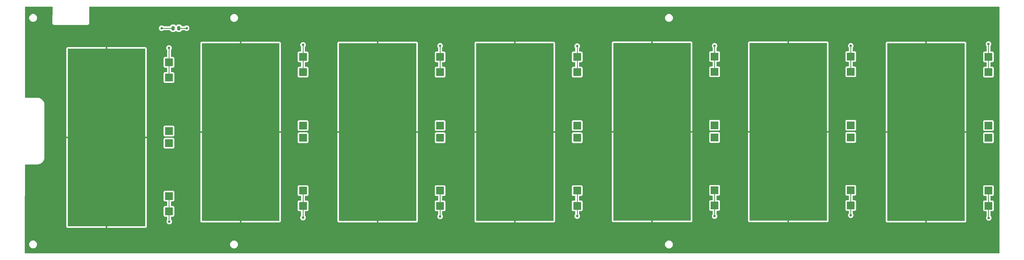
<source format=gtl>
G04 #@! TF.GenerationSoftware,KiCad,Pcbnew,(6.0.4-0)*
G04 #@! TF.CreationDate,2022-06-29T10:28:42-05:00*
G04 #@! TF.ProjectId,X-,582d2e6b-6963-4616-945f-706362585858,4*
G04 #@! TF.SameCoordinates,Original*
G04 #@! TF.FileFunction,Copper,L1,Top*
G04 #@! TF.FilePolarity,Positive*
%FSLAX46Y46*%
G04 Gerber Fmt 4.6, Leading zero omitted, Abs format (unit mm)*
G04 Created by KiCad (PCBNEW (6.0.4-0)) date 2022-06-29 10:28:42*
%MOMM*%
%LPD*%
G01*
G04 APERTURE LIST*
G04 Aperture macros list*
%AMRoundRect*
0 Rectangle with rounded corners*
0 $1 Rounding radius*
0 $2 $3 $4 $5 $6 $7 $8 $9 X,Y pos of 4 corners*
0 Add a 4 corners polygon primitive as box body*
4,1,4,$2,$3,$4,$5,$6,$7,$8,$9,$2,$3,0*
0 Add four circle primitives for the rounded corners*
1,1,$1+$1,$2,$3*
1,1,$1+$1,$4,$5*
1,1,$1+$1,$6,$7*
1,1,$1+$1,$8,$9*
0 Add four rect primitives between the rounded corners*
20,1,$1+$1,$2,$3,$4,$5,0*
20,1,$1+$1,$4,$5,$6,$7,0*
20,1,$1+$1,$6,$7,$8,$9,0*
20,1,$1+$1,$8,$9,$2,$3,0*%
G04 Aperture macros list end*
G04 #@! TA.AperFunction,SMDPad,CuDef*
%ADD10RoundRect,0.243750X-0.243750X-0.456250X0.243750X-0.456250X0.243750X0.456250X-0.243750X0.456250X0*%
G04 #@! TD*
G04 #@! TA.AperFunction,SMDPad,CuDef*
%ADD11R,25.400000X58.420000*%
G04 #@! TD*
G04 #@! TA.AperFunction,SMDPad,CuDef*
%ADD12R,2.500000X2.500000*%
G04 #@! TD*
G04 #@! TA.AperFunction,ViaPad*
%ADD13C,0.800000*%
G04 #@! TD*
G04 #@! TA.AperFunction,Conductor*
%ADD14C,0.250000*%
G04 #@! TD*
G04 APERTURE END LIST*
D10*
X102162500Y-108800000D03*
X104037500Y-108800000D03*
D11*
X80300000Y-144770000D03*
D12*
X100800000Y-169020000D03*
X100800000Y-125020000D03*
X100800000Y-164020000D03*
X100800000Y-120020000D03*
X100800000Y-142620000D03*
X100800000Y-146620000D03*
D11*
X124300000Y-142970000D03*
D12*
X144800000Y-118220000D03*
X144800000Y-162220000D03*
X144800000Y-123220000D03*
X144800000Y-167220000D03*
X144800000Y-144820000D03*
X144800000Y-140820000D03*
D11*
X169300000Y-142970000D03*
D12*
X189800000Y-118220000D03*
X189800000Y-123220000D03*
X189800000Y-162220000D03*
X189800000Y-167220000D03*
X189800000Y-140820000D03*
X189800000Y-144820000D03*
D11*
X349300000Y-142970000D03*
D12*
X369800000Y-167220000D03*
X369800000Y-123220000D03*
X369800000Y-162220000D03*
X369800000Y-118220000D03*
X369800000Y-140820000D03*
X369800000Y-144820000D03*
D11*
X214300000Y-142970000D03*
D12*
X234800000Y-167220000D03*
X234800000Y-123220000D03*
X234800000Y-118220000D03*
X234800000Y-162220000D03*
X234800000Y-144820000D03*
X234800000Y-140820000D03*
D11*
X304100000Y-142870000D03*
D12*
X324600000Y-123120000D03*
X324600000Y-167120000D03*
X324600000Y-162120000D03*
X324600000Y-118120000D03*
X324600000Y-144720000D03*
X324600000Y-140720000D03*
D11*
X259400000Y-142870000D03*
D12*
X279900000Y-162120000D03*
X279900000Y-118120000D03*
X279900000Y-123120000D03*
X279900000Y-167120000D03*
X279900000Y-140720000D03*
X279900000Y-144720000D03*
D13*
X100900000Y-172400000D03*
X100800000Y-115300000D03*
X234800000Y-170600000D03*
X324600000Y-114600000D03*
X144800000Y-114300000D03*
X189800000Y-170700000D03*
X189800000Y-114600000D03*
X279900000Y-114600000D03*
X324600000Y-170300000D03*
X144800000Y-171100000D03*
X369900000Y-171200000D03*
X234800000Y-114700000D03*
X369800000Y-114000000D03*
X279900000Y-170600000D03*
X97100000Y-147200000D03*
X98400000Y-108800000D03*
X106600000Y-108800000D03*
D14*
X369800000Y-162220000D02*
X369800000Y-167220000D01*
X324600000Y-118120000D02*
X324600000Y-123120000D01*
X324600000Y-118120000D02*
X324600000Y-114600000D01*
X144800000Y-162220000D02*
X144800000Y-167220000D01*
X100800000Y-172300000D02*
X100900000Y-172400000D01*
X369800000Y-118220000D02*
X369800000Y-114000000D01*
X279900000Y-162120000D02*
X279900000Y-167120000D01*
X279900000Y-167120000D02*
X279900000Y-170600000D01*
X234800000Y-167220000D02*
X234800000Y-170600000D01*
X100800000Y-164020000D02*
X100800000Y-169020000D01*
X100800000Y-120020000D02*
X100800000Y-115300000D01*
X189800000Y-162220000D02*
X189800000Y-167220000D01*
X189800000Y-118220000D02*
X189800000Y-123220000D01*
X144800000Y-167220000D02*
X144800000Y-171100000D01*
X100800000Y-120020000D02*
X100800000Y-125020000D01*
X279900000Y-118120000D02*
X279900000Y-123120000D01*
X369800000Y-167220000D02*
X369800000Y-171100000D01*
X234800000Y-162220000D02*
X234800000Y-167220000D01*
X369800000Y-118220000D02*
X369800000Y-123220000D01*
X234800000Y-118220000D02*
X234800000Y-114700000D01*
X144800000Y-118220000D02*
X144800000Y-114300000D01*
X234800000Y-118220000D02*
X234800000Y-123220000D01*
X324600000Y-162120000D02*
X324600000Y-167120000D01*
X189800000Y-167220000D02*
X189800000Y-170700000D01*
X144800000Y-118220000D02*
X144800000Y-123220000D01*
X189800000Y-118220000D02*
X189800000Y-114600000D01*
X324600000Y-167120000D02*
X324600000Y-170300000D01*
X369800000Y-171100000D02*
X369900000Y-171200000D01*
X279900000Y-118120000D02*
X279900000Y-114600000D01*
X100800000Y-169020000D02*
X100800000Y-172300000D01*
X102162500Y-108800000D02*
X98400000Y-108800000D01*
X106600000Y-108800000D02*
X104037500Y-108800000D01*
G04 #@! TA.AperFunction,Conductor*
G36*
X325379180Y-101695199D02*
G01*
X373254003Y-101696475D01*
X373322124Y-101716479D01*
X373368615Y-101770136D01*
X373380000Y-101822475D01*
X373380000Y-182754000D01*
X373359998Y-182822121D01*
X373306342Y-182868614D01*
X373254000Y-182880000D01*
X53589100Y-182880000D01*
X53520979Y-182859998D01*
X53474486Y-182806342D01*
X53463101Y-182753484D01*
X53474733Y-179915300D01*
X54898981Y-179915300D01*
X54918556Y-180139049D01*
X54976688Y-180355999D01*
X54979010Y-180360979D01*
X54979011Y-180360981D01*
X54984984Y-180373789D01*
X55071610Y-180559559D01*
X55200437Y-180743544D01*
X55359256Y-180902363D01*
X55363764Y-180905520D01*
X55363767Y-180905522D01*
X55538731Y-181028033D01*
X55543240Y-181031190D01*
X55548222Y-181033513D01*
X55548227Y-181033516D01*
X55741819Y-181123789D01*
X55746801Y-181126112D01*
X55752109Y-181127534D01*
X55752111Y-181127535D01*
X55818817Y-181145409D01*
X55963751Y-181184244D01*
X56187500Y-181203819D01*
X56411249Y-181184244D01*
X56556183Y-181145409D01*
X56622889Y-181127535D01*
X56622891Y-181127534D01*
X56628199Y-181126112D01*
X56633181Y-181123789D01*
X56826773Y-181033516D01*
X56826778Y-181033513D01*
X56831760Y-181031190D01*
X56836269Y-181028033D01*
X57011233Y-180905522D01*
X57011236Y-180905520D01*
X57015744Y-180902363D01*
X57174563Y-180743544D01*
X57303390Y-180559559D01*
X57390017Y-180373789D01*
X57395989Y-180360981D01*
X57395990Y-180360979D01*
X57398312Y-180355999D01*
X57456444Y-180139049D01*
X57474908Y-179928000D01*
X120862781Y-179928000D01*
X120882356Y-180151749D01*
X120940488Y-180368699D01*
X120942810Y-180373679D01*
X120942811Y-180373681D01*
X121031589Y-180564064D01*
X121035410Y-180572259D01*
X121164237Y-180756244D01*
X121323056Y-180915063D01*
X121327564Y-180918220D01*
X121327567Y-180918222D01*
X121492224Y-181033516D01*
X121507040Y-181043890D01*
X121512022Y-181046213D01*
X121512027Y-181046216D01*
X121686417Y-181127535D01*
X121710601Y-181138812D01*
X121715909Y-181140234D01*
X121715911Y-181140235D01*
X121782617Y-181158109D01*
X121927551Y-181196944D01*
X122151300Y-181216519D01*
X122375049Y-181196944D01*
X122519983Y-181158109D01*
X122586689Y-181140235D01*
X122586691Y-181140234D01*
X122591999Y-181138812D01*
X122616183Y-181127535D01*
X122790573Y-181046216D01*
X122790578Y-181046213D01*
X122795560Y-181043890D01*
X122810376Y-181033516D01*
X122975033Y-180918222D01*
X122975036Y-180918220D01*
X122979544Y-180915063D01*
X123138363Y-180756244D01*
X123267190Y-180572259D01*
X123271012Y-180564064D01*
X123359789Y-180373681D01*
X123359790Y-180373679D01*
X123362112Y-180368699D01*
X123420244Y-180151749D01*
X123439819Y-179928000D01*
X263623168Y-179928000D01*
X263642748Y-180151803D01*
X263700894Y-180368807D01*
X263703216Y-180373787D01*
X263703217Y-180373789D01*
X263789844Y-180559559D01*
X263795839Y-180572416D01*
X263924697Y-180756445D01*
X264083555Y-180915303D01*
X264267584Y-181044161D01*
X264272562Y-181046482D01*
X264272565Y-181046484D01*
X264443327Y-181126112D01*
X264471193Y-181139106D01*
X264476501Y-181140528D01*
X264476503Y-181140529D01*
X264544675Y-181158795D01*
X264688197Y-181197252D01*
X264912000Y-181216832D01*
X265135803Y-181197252D01*
X265279325Y-181158795D01*
X265347497Y-181140529D01*
X265347499Y-181140528D01*
X265352807Y-181139106D01*
X265380673Y-181126112D01*
X265551435Y-181046484D01*
X265551438Y-181046482D01*
X265556416Y-181044161D01*
X265740445Y-180915303D01*
X265899303Y-180756445D01*
X266028161Y-180572416D01*
X266034157Y-180559559D01*
X266120783Y-180373789D01*
X266120784Y-180373787D01*
X266123106Y-180368807D01*
X266181252Y-180151803D01*
X266200832Y-179928000D01*
X266181252Y-179704197D01*
X266123106Y-179487193D01*
X266028161Y-179283584D01*
X265899303Y-179099555D01*
X265740445Y-178940697D01*
X265556416Y-178811839D01*
X265551438Y-178809518D01*
X265551435Y-178809516D01*
X265357789Y-178719217D01*
X265357787Y-178719216D01*
X265352807Y-178716894D01*
X265347499Y-178715472D01*
X265347497Y-178715471D01*
X265279325Y-178697205D01*
X265135803Y-178658748D01*
X264912000Y-178639168D01*
X264688197Y-178658748D01*
X264544675Y-178697205D01*
X264476503Y-178715471D01*
X264476501Y-178715472D01*
X264471193Y-178716894D01*
X264466213Y-178719216D01*
X264466211Y-178719217D01*
X264272565Y-178809516D01*
X264272562Y-178809518D01*
X264267584Y-178811839D01*
X264083555Y-178940697D01*
X263924697Y-179099555D01*
X263795839Y-179283584D01*
X263700894Y-179487193D01*
X263642748Y-179704197D01*
X263623168Y-179928000D01*
X123439819Y-179928000D01*
X123420244Y-179704251D01*
X123362112Y-179487301D01*
X123359789Y-179482319D01*
X123269513Y-179288722D01*
X123269511Y-179288719D01*
X123267190Y-179283741D01*
X123138363Y-179099756D01*
X122979544Y-178940937D01*
X122975036Y-178937780D01*
X122975033Y-178937778D01*
X122800069Y-178815267D01*
X122800066Y-178815265D01*
X122795560Y-178812110D01*
X122790578Y-178809787D01*
X122790573Y-178809784D01*
X122596981Y-178719511D01*
X122596980Y-178719510D01*
X122591999Y-178717188D01*
X122586691Y-178715766D01*
X122586689Y-178715765D01*
X122519983Y-178697891D01*
X122375049Y-178659056D01*
X122151300Y-178639481D01*
X121927551Y-178659056D01*
X121782617Y-178697891D01*
X121715911Y-178715765D01*
X121715909Y-178715766D01*
X121710601Y-178717188D01*
X121705621Y-178719510D01*
X121705619Y-178719511D01*
X121512022Y-178809787D01*
X121512019Y-178809789D01*
X121507041Y-178812110D01*
X121323056Y-178940937D01*
X121164237Y-179099756D01*
X121035410Y-179283741D01*
X121033089Y-179288719D01*
X121033087Y-179288722D01*
X120942811Y-179482319D01*
X120940488Y-179487301D01*
X120882356Y-179704251D01*
X120862781Y-179928000D01*
X57474908Y-179928000D01*
X57476019Y-179915300D01*
X57456444Y-179691551D01*
X57398312Y-179474601D01*
X57309239Y-179283584D01*
X57305713Y-179276022D01*
X57305711Y-179276019D01*
X57303390Y-179271041D01*
X57174563Y-179087056D01*
X57015744Y-178928237D01*
X57011236Y-178925080D01*
X57011233Y-178925078D01*
X56836269Y-178802567D01*
X56836266Y-178802565D01*
X56831760Y-178799410D01*
X56826778Y-178797087D01*
X56826773Y-178797084D01*
X56633181Y-178706811D01*
X56633180Y-178706810D01*
X56628199Y-178704488D01*
X56622891Y-178703066D01*
X56622889Y-178703065D01*
X56556183Y-178685191D01*
X56411249Y-178646356D01*
X56187500Y-178626781D01*
X55963751Y-178646356D01*
X55818817Y-178685191D01*
X55752111Y-178703065D01*
X55752109Y-178703066D01*
X55746801Y-178704488D01*
X55741821Y-178706810D01*
X55741819Y-178706811D01*
X55548222Y-178797087D01*
X55548219Y-178797089D01*
X55543241Y-178799410D01*
X55359256Y-178928237D01*
X55200437Y-179087056D01*
X55071610Y-179271041D01*
X55069289Y-179276019D01*
X55069287Y-179276022D01*
X55065761Y-179283584D01*
X54976688Y-179474601D01*
X54918556Y-179691551D01*
X54898981Y-179915300D01*
X53474733Y-179915300D01*
X53498875Y-174024669D01*
X67092001Y-174024669D01*
X67092371Y-174031490D01*
X67097895Y-174082352D01*
X67101521Y-174097604D01*
X67146676Y-174218054D01*
X67155214Y-174233649D01*
X67231715Y-174335724D01*
X67244276Y-174348285D01*
X67346351Y-174424786D01*
X67361946Y-174433324D01*
X67482394Y-174478478D01*
X67497649Y-174482105D01*
X67548514Y-174487631D01*
X67555328Y-174488000D01*
X80027885Y-174488000D01*
X80043124Y-174483525D01*
X80044329Y-174482135D01*
X80046000Y-174474452D01*
X80046000Y-174469884D01*
X80554000Y-174469884D01*
X80558475Y-174485123D01*
X80559865Y-174486328D01*
X80567548Y-174487999D01*
X93044669Y-174487999D01*
X93051490Y-174487629D01*
X93102352Y-174482105D01*
X93117604Y-174478479D01*
X93238054Y-174433324D01*
X93253649Y-174424786D01*
X93355724Y-174348285D01*
X93368285Y-174335724D01*
X93444786Y-174233649D01*
X93453324Y-174218054D01*
X93498478Y-174097606D01*
X93502105Y-174082351D01*
X93507631Y-174031486D01*
X93508000Y-174024672D01*
X93508000Y-170318134D01*
X99041500Y-170318134D01*
X99048255Y-170380316D01*
X99099385Y-170516705D01*
X99186739Y-170633261D01*
X99303295Y-170720615D01*
X99439684Y-170771745D01*
X99501866Y-170778500D01*
X100040500Y-170778500D01*
X100108621Y-170798502D01*
X100155114Y-170852158D01*
X100166500Y-170904500D01*
X100166500Y-171819699D01*
X100149619Y-171882699D01*
X100065473Y-172028444D01*
X100006458Y-172210072D01*
X99986496Y-172400000D01*
X99987186Y-172406565D01*
X100005255Y-172578479D01*
X100006458Y-172589928D01*
X100065473Y-172771556D01*
X100160960Y-172936944D01*
X100288747Y-173078866D01*
X100443248Y-173191118D01*
X100449276Y-173193802D01*
X100449278Y-173193803D01*
X100611681Y-173266109D01*
X100617712Y-173268794D01*
X100711113Y-173288647D01*
X100798056Y-173307128D01*
X100798061Y-173307128D01*
X100804513Y-173308500D01*
X100995487Y-173308500D01*
X101001939Y-173307128D01*
X101001944Y-173307128D01*
X101088887Y-173288647D01*
X101182288Y-173268794D01*
X101188319Y-173266109D01*
X101350722Y-173193803D01*
X101350724Y-173193802D01*
X101356752Y-173191118D01*
X101511253Y-173078866D01*
X101639040Y-172936944D01*
X101734527Y-172771556D01*
X101793542Y-172589928D01*
X101794746Y-172578479D01*
X101812814Y-172406565D01*
X101813504Y-172400000D01*
X101795076Y-172224669D01*
X111092001Y-172224669D01*
X111092371Y-172231490D01*
X111097895Y-172282352D01*
X111101521Y-172297604D01*
X111146676Y-172418054D01*
X111155214Y-172433649D01*
X111231715Y-172535724D01*
X111244276Y-172548285D01*
X111346351Y-172624786D01*
X111361946Y-172633324D01*
X111482394Y-172678478D01*
X111497649Y-172682105D01*
X111548514Y-172687631D01*
X111555328Y-172688000D01*
X124027885Y-172688000D01*
X124043124Y-172683525D01*
X124044329Y-172682135D01*
X124046000Y-172674452D01*
X124046000Y-172669884D01*
X124554000Y-172669884D01*
X124558475Y-172685123D01*
X124559865Y-172686328D01*
X124567548Y-172687999D01*
X137044669Y-172687999D01*
X137051490Y-172687629D01*
X137102352Y-172682105D01*
X137117604Y-172678479D01*
X137238054Y-172633324D01*
X137253649Y-172624786D01*
X137355724Y-172548285D01*
X137368285Y-172535724D01*
X137444786Y-172433649D01*
X137453324Y-172418054D01*
X137498478Y-172297606D01*
X137502105Y-172282351D01*
X137507631Y-172231486D01*
X137508000Y-172224672D01*
X137508000Y-172224669D01*
X156092001Y-172224669D01*
X156092371Y-172231490D01*
X156097895Y-172282352D01*
X156101521Y-172297604D01*
X156146676Y-172418054D01*
X156155214Y-172433649D01*
X156231715Y-172535724D01*
X156244276Y-172548285D01*
X156346351Y-172624786D01*
X156361946Y-172633324D01*
X156482394Y-172678478D01*
X156497649Y-172682105D01*
X156548514Y-172687631D01*
X156555328Y-172688000D01*
X169027885Y-172688000D01*
X169043124Y-172683525D01*
X169044329Y-172682135D01*
X169046000Y-172674452D01*
X169046000Y-172669884D01*
X169554000Y-172669884D01*
X169558475Y-172685123D01*
X169559865Y-172686328D01*
X169567548Y-172687999D01*
X182044669Y-172687999D01*
X182051490Y-172687629D01*
X182102352Y-172682105D01*
X182117604Y-172678479D01*
X182238054Y-172633324D01*
X182253649Y-172624786D01*
X182355724Y-172548285D01*
X182368285Y-172535724D01*
X182444786Y-172433649D01*
X182453324Y-172418054D01*
X182498478Y-172297606D01*
X182502105Y-172282351D01*
X182507631Y-172231486D01*
X182508000Y-172224672D01*
X182508000Y-172224669D01*
X201092001Y-172224669D01*
X201092371Y-172231490D01*
X201097895Y-172282352D01*
X201101521Y-172297604D01*
X201146676Y-172418054D01*
X201155214Y-172433649D01*
X201231715Y-172535724D01*
X201244276Y-172548285D01*
X201346351Y-172624786D01*
X201361946Y-172633324D01*
X201482394Y-172678478D01*
X201497649Y-172682105D01*
X201548514Y-172687631D01*
X201555328Y-172688000D01*
X214027885Y-172688000D01*
X214043124Y-172683525D01*
X214044329Y-172682135D01*
X214046000Y-172674452D01*
X214046000Y-172669884D01*
X214554000Y-172669884D01*
X214558475Y-172685123D01*
X214559865Y-172686328D01*
X214567548Y-172687999D01*
X227044669Y-172687999D01*
X227051490Y-172687629D01*
X227102352Y-172682105D01*
X227117604Y-172678479D01*
X227238054Y-172633324D01*
X227253649Y-172624786D01*
X227355724Y-172548285D01*
X227368285Y-172535724D01*
X227444786Y-172433649D01*
X227453324Y-172418054D01*
X227498478Y-172297606D01*
X227502105Y-172282351D01*
X227507631Y-172231486D01*
X227508000Y-172224672D01*
X227508000Y-172124669D01*
X246192001Y-172124669D01*
X246192371Y-172131490D01*
X246197895Y-172182352D01*
X246201521Y-172197604D01*
X246246676Y-172318054D01*
X246255214Y-172333649D01*
X246331715Y-172435724D01*
X246344276Y-172448285D01*
X246446351Y-172524786D01*
X246461946Y-172533324D01*
X246582394Y-172578478D01*
X246597649Y-172582105D01*
X246648514Y-172587631D01*
X246655328Y-172588000D01*
X259127885Y-172588000D01*
X259143124Y-172583525D01*
X259144329Y-172582135D01*
X259146000Y-172574452D01*
X259146000Y-172569884D01*
X259654000Y-172569884D01*
X259658475Y-172585123D01*
X259659865Y-172586328D01*
X259667548Y-172587999D01*
X272144669Y-172587999D01*
X272151490Y-172587629D01*
X272202352Y-172582105D01*
X272217604Y-172578479D01*
X272338054Y-172533324D01*
X272353649Y-172524786D01*
X272455724Y-172448285D01*
X272468285Y-172435724D01*
X272544786Y-172333649D01*
X272553324Y-172318054D01*
X272598478Y-172197606D01*
X272602105Y-172182351D01*
X272607631Y-172131486D01*
X272608000Y-172124672D01*
X272608000Y-172124669D01*
X290892001Y-172124669D01*
X290892371Y-172131490D01*
X290897895Y-172182352D01*
X290901521Y-172197604D01*
X290946676Y-172318054D01*
X290955214Y-172333649D01*
X291031715Y-172435724D01*
X291044276Y-172448285D01*
X291146351Y-172524786D01*
X291161946Y-172533324D01*
X291282394Y-172578478D01*
X291297649Y-172582105D01*
X291348514Y-172587631D01*
X291355328Y-172588000D01*
X303827885Y-172588000D01*
X303843124Y-172583525D01*
X303844329Y-172582135D01*
X303846000Y-172574452D01*
X303846000Y-172569884D01*
X304354000Y-172569884D01*
X304358475Y-172585123D01*
X304359865Y-172586328D01*
X304367548Y-172587999D01*
X316844669Y-172587999D01*
X316851490Y-172587629D01*
X316902352Y-172582105D01*
X316917604Y-172578479D01*
X317038054Y-172533324D01*
X317053649Y-172524786D01*
X317155724Y-172448285D01*
X317168285Y-172435724D01*
X317244786Y-172333649D01*
X317253324Y-172318054D01*
X317288333Y-172224669D01*
X336092001Y-172224669D01*
X336092371Y-172231490D01*
X336097895Y-172282352D01*
X336101521Y-172297604D01*
X336146676Y-172418054D01*
X336155214Y-172433649D01*
X336231715Y-172535724D01*
X336244276Y-172548285D01*
X336346351Y-172624786D01*
X336361946Y-172633324D01*
X336482394Y-172678478D01*
X336497649Y-172682105D01*
X336548514Y-172687631D01*
X336555328Y-172688000D01*
X349027885Y-172688000D01*
X349043124Y-172683525D01*
X349044329Y-172682135D01*
X349046000Y-172674452D01*
X349046000Y-172669884D01*
X349554000Y-172669884D01*
X349558475Y-172685123D01*
X349559865Y-172686328D01*
X349567548Y-172687999D01*
X362044669Y-172687999D01*
X362051490Y-172687629D01*
X362102352Y-172682105D01*
X362117604Y-172678479D01*
X362238054Y-172633324D01*
X362253649Y-172624786D01*
X362355724Y-172548285D01*
X362368285Y-172535724D01*
X362444786Y-172433649D01*
X362453324Y-172418054D01*
X362498478Y-172297606D01*
X362502105Y-172282351D01*
X362507631Y-172231486D01*
X362508000Y-172224672D01*
X362508000Y-168518134D01*
X368041500Y-168518134D01*
X368048255Y-168580316D01*
X368099385Y-168716705D01*
X368186739Y-168833261D01*
X368303295Y-168920615D01*
X368439684Y-168971745D01*
X368501866Y-168978500D01*
X369040500Y-168978500D01*
X369108621Y-168998502D01*
X369155114Y-169052158D01*
X369166500Y-169104500D01*
X369166500Y-170619699D01*
X369149619Y-170682699D01*
X369084086Y-170796206D01*
X369065473Y-170828444D01*
X369006458Y-171010072D01*
X369005768Y-171016633D01*
X369005768Y-171016635D01*
X368990058Y-171166109D01*
X368986496Y-171200000D01*
X368987186Y-171206565D01*
X368996608Y-171296206D01*
X369006458Y-171389928D01*
X369065473Y-171571556D01*
X369068776Y-171577278D01*
X369068777Y-171577279D01*
X369086803Y-171608500D01*
X369160960Y-171736944D01*
X369288747Y-171878866D01*
X369443248Y-171991118D01*
X369449276Y-171993802D01*
X369449278Y-171993803D01*
X369541200Y-172034729D01*
X369617712Y-172068794D01*
X369711112Y-172088647D01*
X369798056Y-172107128D01*
X369798061Y-172107128D01*
X369804513Y-172108500D01*
X369995487Y-172108500D01*
X370001939Y-172107128D01*
X370001944Y-172107128D01*
X370088888Y-172088647D01*
X370182288Y-172068794D01*
X370258800Y-172034729D01*
X370350722Y-171993803D01*
X370350724Y-171993802D01*
X370356752Y-171991118D01*
X370511253Y-171878866D01*
X370639040Y-171736944D01*
X370713197Y-171608500D01*
X370731223Y-171577279D01*
X370731224Y-171577278D01*
X370734527Y-171571556D01*
X370793542Y-171389928D01*
X370803393Y-171296206D01*
X370812814Y-171206565D01*
X370813504Y-171200000D01*
X370809942Y-171166109D01*
X370794232Y-171016635D01*
X370794232Y-171016633D01*
X370793542Y-171010072D01*
X370734527Y-170828444D01*
X370712266Y-170789886D01*
X370697314Y-170763990D01*
X370639040Y-170663056D01*
X370612213Y-170633261D01*
X370515675Y-170526045D01*
X370515674Y-170526044D01*
X370511253Y-170521134D01*
X370493585Y-170508297D01*
X370485439Y-170502379D01*
X370442085Y-170446157D01*
X370433500Y-170400443D01*
X370433500Y-169104500D01*
X370453502Y-169036379D01*
X370507158Y-168989886D01*
X370559500Y-168978500D01*
X371098134Y-168978500D01*
X371160316Y-168971745D01*
X371296705Y-168920615D01*
X371413261Y-168833261D01*
X371500615Y-168716705D01*
X371551745Y-168580316D01*
X371558500Y-168518134D01*
X371558500Y-165921866D01*
X371551745Y-165859684D01*
X371500615Y-165723295D01*
X371413261Y-165606739D01*
X371296705Y-165519385D01*
X371160316Y-165468255D01*
X371098134Y-165461500D01*
X370559500Y-165461500D01*
X370491379Y-165441498D01*
X370444886Y-165387842D01*
X370433500Y-165335500D01*
X370433500Y-164104500D01*
X370453502Y-164036379D01*
X370507158Y-163989886D01*
X370559500Y-163978500D01*
X371098134Y-163978500D01*
X371160316Y-163971745D01*
X371296705Y-163920615D01*
X371413261Y-163833261D01*
X371500615Y-163716705D01*
X371551745Y-163580316D01*
X371558500Y-163518134D01*
X371558500Y-160921866D01*
X371551745Y-160859684D01*
X371500615Y-160723295D01*
X371413261Y-160606739D01*
X371296705Y-160519385D01*
X371160316Y-160468255D01*
X371098134Y-160461500D01*
X368501866Y-160461500D01*
X368439684Y-160468255D01*
X368303295Y-160519385D01*
X368186739Y-160606739D01*
X368099385Y-160723295D01*
X368048255Y-160859684D01*
X368041500Y-160921866D01*
X368041500Y-163518134D01*
X368048255Y-163580316D01*
X368099385Y-163716705D01*
X368186739Y-163833261D01*
X368303295Y-163920615D01*
X368439684Y-163971745D01*
X368501866Y-163978500D01*
X369040500Y-163978500D01*
X369108621Y-163998502D01*
X369155114Y-164052158D01*
X369166500Y-164104500D01*
X369166500Y-165335500D01*
X369146498Y-165403621D01*
X369092842Y-165450114D01*
X369040500Y-165461500D01*
X368501866Y-165461500D01*
X368439684Y-165468255D01*
X368303295Y-165519385D01*
X368186739Y-165606739D01*
X368099385Y-165723295D01*
X368048255Y-165859684D01*
X368041500Y-165921866D01*
X368041500Y-168518134D01*
X362508000Y-168518134D01*
X362508000Y-146118134D01*
X368041500Y-146118134D01*
X368048255Y-146180316D01*
X368099385Y-146316705D01*
X368186739Y-146433261D01*
X368303295Y-146520615D01*
X368439684Y-146571745D01*
X368501866Y-146578500D01*
X371098134Y-146578500D01*
X371160316Y-146571745D01*
X371296705Y-146520615D01*
X371413261Y-146433261D01*
X371500615Y-146316705D01*
X371551745Y-146180316D01*
X371558500Y-146118134D01*
X371558500Y-143521866D01*
X371551745Y-143459684D01*
X371500615Y-143323295D01*
X371413261Y-143206739D01*
X371296705Y-143119385D01*
X371160316Y-143068255D01*
X371098134Y-143061500D01*
X368501866Y-143061500D01*
X368439684Y-143068255D01*
X368303295Y-143119385D01*
X368186739Y-143206739D01*
X368099385Y-143323295D01*
X368048255Y-143459684D01*
X368041500Y-143521866D01*
X368041500Y-146118134D01*
X362508000Y-146118134D01*
X362508000Y-143242115D01*
X362503525Y-143226876D01*
X362502135Y-143225671D01*
X362494452Y-143224000D01*
X349572115Y-143224000D01*
X349556876Y-143228475D01*
X349555671Y-143229865D01*
X349554000Y-143237548D01*
X349554000Y-172669884D01*
X349046000Y-172669884D01*
X349046000Y-143242115D01*
X349041525Y-143226876D01*
X349040135Y-143225671D01*
X349032452Y-143224000D01*
X336110116Y-143224000D01*
X336094877Y-143228475D01*
X336093672Y-143229865D01*
X336092001Y-143237548D01*
X336092001Y-172224669D01*
X317288333Y-172224669D01*
X317298478Y-172197606D01*
X317302105Y-172182351D01*
X317307631Y-172131486D01*
X317308000Y-172124672D01*
X317308000Y-168418134D01*
X322841500Y-168418134D01*
X322848255Y-168480316D01*
X322899385Y-168616705D01*
X322986739Y-168733261D01*
X323103295Y-168820615D01*
X323239684Y-168871745D01*
X323301866Y-168878500D01*
X323840500Y-168878500D01*
X323908621Y-168898502D01*
X323955114Y-168952158D01*
X323966500Y-169004500D01*
X323966500Y-169597476D01*
X323946498Y-169665597D01*
X323934142Y-169681779D01*
X323860960Y-169763056D01*
X323765473Y-169928444D01*
X323706458Y-170110072D01*
X323705768Y-170116633D01*
X323705768Y-170116635D01*
X323700889Y-170163056D01*
X323686496Y-170300000D01*
X323687186Y-170306565D01*
X323701858Y-170446157D01*
X323706458Y-170489928D01*
X323765473Y-170671556D01*
X323860960Y-170836944D01*
X323865378Y-170841851D01*
X323865379Y-170841852D01*
X323926805Y-170910072D01*
X323988747Y-170978866D01*
X324143248Y-171091118D01*
X324149276Y-171093802D01*
X324149278Y-171093803D01*
X324233332Y-171131226D01*
X324317712Y-171168794D01*
X324411113Y-171188647D01*
X324498056Y-171207128D01*
X324498061Y-171207128D01*
X324504513Y-171208500D01*
X324695487Y-171208500D01*
X324701939Y-171207128D01*
X324701944Y-171207128D01*
X324788888Y-171188647D01*
X324882288Y-171168794D01*
X324966668Y-171131226D01*
X325050722Y-171093803D01*
X325050724Y-171093802D01*
X325056752Y-171091118D01*
X325211253Y-170978866D01*
X325273195Y-170910072D01*
X325334621Y-170841852D01*
X325334622Y-170841851D01*
X325339040Y-170836944D01*
X325434527Y-170671556D01*
X325493542Y-170489928D01*
X325498143Y-170446157D01*
X325512814Y-170306565D01*
X325513504Y-170300000D01*
X325499111Y-170163056D01*
X325494232Y-170116635D01*
X325494232Y-170116633D01*
X325493542Y-170110072D01*
X325434527Y-169928444D01*
X325339040Y-169763056D01*
X325265863Y-169681785D01*
X325235147Y-169617779D01*
X325233500Y-169597476D01*
X325233500Y-169004500D01*
X325253502Y-168936379D01*
X325307158Y-168889886D01*
X325359500Y-168878500D01*
X325898134Y-168878500D01*
X325960316Y-168871745D01*
X326096705Y-168820615D01*
X326213261Y-168733261D01*
X326300615Y-168616705D01*
X326351745Y-168480316D01*
X326358500Y-168418134D01*
X326358500Y-165821866D01*
X326351745Y-165759684D01*
X326300615Y-165623295D01*
X326213261Y-165506739D01*
X326096705Y-165419385D01*
X325960316Y-165368255D01*
X325898134Y-165361500D01*
X325359500Y-165361500D01*
X325291379Y-165341498D01*
X325244886Y-165287842D01*
X325233500Y-165235500D01*
X325233500Y-164004500D01*
X325253502Y-163936379D01*
X325307158Y-163889886D01*
X325359500Y-163878500D01*
X325898134Y-163878500D01*
X325960316Y-163871745D01*
X326096705Y-163820615D01*
X326213261Y-163733261D01*
X326300615Y-163616705D01*
X326351745Y-163480316D01*
X326358500Y-163418134D01*
X326358500Y-160821866D01*
X326351745Y-160759684D01*
X326300615Y-160623295D01*
X326213261Y-160506739D01*
X326096705Y-160419385D01*
X325960316Y-160368255D01*
X325898134Y-160361500D01*
X323301866Y-160361500D01*
X323239684Y-160368255D01*
X323103295Y-160419385D01*
X322986739Y-160506739D01*
X322899385Y-160623295D01*
X322848255Y-160759684D01*
X322841500Y-160821866D01*
X322841500Y-163418134D01*
X322848255Y-163480316D01*
X322899385Y-163616705D01*
X322986739Y-163733261D01*
X323103295Y-163820615D01*
X323239684Y-163871745D01*
X323301866Y-163878500D01*
X323840500Y-163878500D01*
X323908621Y-163898502D01*
X323955114Y-163952158D01*
X323966500Y-164004500D01*
X323966500Y-165235500D01*
X323946498Y-165303621D01*
X323892842Y-165350114D01*
X323840500Y-165361500D01*
X323301866Y-165361500D01*
X323239684Y-165368255D01*
X323103295Y-165419385D01*
X322986739Y-165506739D01*
X322899385Y-165623295D01*
X322848255Y-165759684D01*
X322841500Y-165821866D01*
X322841500Y-168418134D01*
X317308000Y-168418134D01*
X317308000Y-146018134D01*
X322841500Y-146018134D01*
X322848255Y-146080316D01*
X322899385Y-146216705D01*
X322986739Y-146333261D01*
X323103295Y-146420615D01*
X323239684Y-146471745D01*
X323301866Y-146478500D01*
X325898134Y-146478500D01*
X325960316Y-146471745D01*
X326096705Y-146420615D01*
X326213261Y-146333261D01*
X326300615Y-146216705D01*
X326351745Y-146080316D01*
X326358500Y-146018134D01*
X326358500Y-143421866D01*
X326351745Y-143359684D01*
X326300615Y-143223295D01*
X326213261Y-143106739D01*
X326096705Y-143019385D01*
X325960316Y-142968255D01*
X325898134Y-142961500D01*
X323301866Y-142961500D01*
X323239684Y-142968255D01*
X323103295Y-143019385D01*
X322986739Y-143106739D01*
X322899385Y-143223295D01*
X322848255Y-143359684D01*
X322841500Y-143421866D01*
X322841500Y-146018134D01*
X317308000Y-146018134D01*
X317308000Y-143142115D01*
X317303525Y-143126876D01*
X317302135Y-143125671D01*
X317294452Y-143124000D01*
X304372115Y-143124000D01*
X304356876Y-143128475D01*
X304355671Y-143129865D01*
X304354000Y-143137548D01*
X304354000Y-172569884D01*
X303846000Y-172569884D01*
X303846000Y-143142115D01*
X303841525Y-143126876D01*
X303840135Y-143125671D01*
X303832452Y-143124000D01*
X290910116Y-143124000D01*
X290894877Y-143128475D01*
X290893672Y-143129865D01*
X290892001Y-143137548D01*
X290892001Y-172124669D01*
X272608000Y-172124669D01*
X272608000Y-168418134D01*
X278141500Y-168418134D01*
X278148255Y-168480316D01*
X278199385Y-168616705D01*
X278286739Y-168733261D01*
X278403295Y-168820615D01*
X278539684Y-168871745D01*
X278601866Y-168878500D01*
X279140500Y-168878500D01*
X279208621Y-168898502D01*
X279255114Y-168952158D01*
X279266500Y-169004500D01*
X279266500Y-169897476D01*
X279246498Y-169965597D01*
X279234142Y-169981779D01*
X279160960Y-170063056D01*
X279065473Y-170228444D01*
X279006458Y-170410072D01*
X279005768Y-170416633D01*
X279005768Y-170416635D01*
X278995193Y-170517251D01*
X278986496Y-170600000D01*
X278987186Y-170606565D01*
X279004637Y-170772598D01*
X279006458Y-170789928D01*
X279065473Y-170971556D01*
X279160960Y-171136944D01*
X279288747Y-171278866D01*
X279387843Y-171350864D01*
X279426385Y-171378866D01*
X279443248Y-171391118D01*
X279449276Y-171393802D01*
X279449278Y-171393803D01*
X279609799Y-171465271D01*
X279617712Y-171468794D01*
X279704479Y-171487237D01*
X279798056Y-171507128D01*
X279798061Y-171507128D01*
X279804513Y-171508500D01*
X279995487Y-171508500D01*
X280001939Y-171507128D01*
X280001944Y-171507128D01*
X280095521Y-171487237D01*
X280182288Y-171468794D01*
X280190201Y-171465271D01*
X280350722Y-171393803D01*
X280350724Y-171393802D01*
X280356752Y-171391118D01*
X280373616Y-171378866D01*
X280412157Y-171350864D01*
X280511253Y-171278866D01*
X280639040Y-171136944D01*
X280734527Y-170971556D01*
X280793542Y-170789928D01*
X280795364Y-170772598D01*
X280812814Y-170606565D01*
X280813504Y-170600000D01*
X280804807Y-170517251D01*
X280794232Y-170416635D01*
X280794232Y-170416633D01*
X280793542Y-170410072D01*
X280734527Y-170228444D01*
X280639040Y-170063056D01*
X280565863Y-169981785D01*
X280535147Y-169917779D01*
X280533500Y-169897476D01*
X280533500Y-169004500D01*
X280553502Y-168936379D01*
X280607158Y-168889886D01*
X280659500Y-168878500D01*
X281198134Y-168878500D01*
X281260316Y-168871745D01*
X281396705Y-168820615D01*
X281513261Y-168733261D01*
X281600615Y-168616705D01*
X281651745Y-168480316D01*
X281658500Y-168418134D01*
X281658500Y-165821866D01*
X281651745Y-165759684D01*
X281600615Y-165623295D01*
X281513261Y-165506739D01*
X281396705Y-165419385D01*
X281260316Y-165368255D01*
X281198134Y-165361500D01*
X280659500Y-165361500D01*
X280591379Y-165341498D01*
X280544886Y-165287842D01*
X280533500Y-165235500D01*
X280533500Y-164004500D01*
X280553502Y-163936379D01*
X280607158Y-163889886D01*
X280659500Y-163878500D01*
X281198134Y-163878500D01*
X281260316Y-163871745D01*
X281396705Y-163820615D01*
X281513261Y-163733261D01*
X281600615Y-163616705D01*
X281651745Y-163480316D01*
X281658500Y-163418134D01*
X281658500Y-160821866D01*
X281651745Y-160759684D01*
X281600615Y-160623295D01*
X281513261Y-160506739D01*
X281396705Y-160419385D01*
X281260316Y-160368255D01*
X281198134Y-160361500D01*
X278601866Y-160361500D01*
X278539684Y-160368255D01*
X278403295Y-160419385D01*
X278286739Y-160506739D01*
X278199385Y-160623295D01*
X278148255Y-160759684D01*
X278141500Y-160821866D01*
X278141500Y-163418134D01*
X278148255Y-163480316D01*
X278199385Y-163616705D01*
X278286739Y-163733261D01*
X278403295Y-163820615D01*
X278539684Y-163871745D01*
X278601866Y-163878500D01*
X279140500Y-163878500D01*
X279208621Y-163898502D01*
X279255114Y-163952158D01*
X279266500Y-164004500D01*
X279266500Y-165235500D01*
X279246498Y-165303621D01*
X279192842Y-165350114D01*
X279140500Y-165361500D01*
X278601866Y-165361500D01*
X278539684Y-165368255D01*
X278403295Y-165419385D01*
X278286739Y-165506739D01*
X278199385Y-165623295D01*
X278148255Y-165759684D01*
X278141500Y-165821866D01*
X278141500Y-168418134D01*
X272608000Y-168418134D01*
X272608000Y-146018134D01*
X278141500Y-146018134D01*
X278148255Y-146080316D01*
X278199385Y-146216705D01*
X278286739Y-146333261D01*
X278403295Y-146420615D01*
X278539684Y-146471745D01*
X278601866Y-146478500D01*
X281198134Y-146478500D01*
X281260316Y-146471745D01*
X281396705Y-146420615D01*
X281513261Y-146333261D01*
X281600615Y-146216705D01*
X281651745Y-146080316D01*
X281658500Y-146018134D01*
X281658500Y-143421866D01*
X281651745Y-143359684D01*
X281600615Y-143223295D01*
X281513261Y-143106739D01*
X281396705Y-143019385D01*
X281260316Y-142968255D01*
X281198134Y-142961500D01*
X278601866Y-142961500D01*
X278539684Y-142968255D01*
X278403295Y-143019385D01*
X278286739Y-143106739D01*
X278199385Y-143223295D01*
X278148255Y-143359684D01*
X278141500Y-143421866D01*
X278141500Y-146018134D01*
X272608000Y-146018134D01*
X272608000Y-143142115D01*
X272603525Y-143126876D01*
X272602135Y-143125671D01*
X272594452Y-143124000D01*
X259672115Y-143124000D01*
X259656876Y-143128475D01*
X259655671Y-143129865D01*
X259654000Y-143137548D01*
X259654000Y-172569884D01*
X259146000Y-172569884D01*
X259146000Y-143142115D01*
X259141525Y-143126876D01*
X259140135Y-143125671D01*
X259132452Y-143124000D01*
X246210116Y-143124000D01*
X246194877Y-143128475D01*
X246193672Y-143129865D01*
X246192001Y-143137548D01*
X246192001Y-172124669D01*
X227508000Y-172124669D01*
X227508000Y-168518134D01*
X233041500Y-168518134D01*
X233048255Y-168580316D01*
X233099385Y-168716705D01*
X233186739Y-168833261D01*
X233303295Y-168920615D01*
X233439684Y-168971745D01*
X233501866Y-168978500D01*
X234040500Y-168978500D01*
X234108621Y-168998502D01*
X234155114Y-169052158D01*
X234166500Y-169104500D01*
X234166500Y-169897476D01*
X234146498Y-169965597D01*
X234134142Y-169981779D01*
X234060960Y-170063056D01*
X233965473Y-170228444D01*
X233906458Y-170410072D01*
X233905768Y-170416633D01*
X233905768Y-170416635D01*
X233895193Y-170517251D01*
X233886496Y-170600000D01*
X233887186Y-170606565D01*
X233904637Y-170772598D01*
X233906458Y-170789928D01*
X233965473Y-170971556D01*
X234060960Y-171136944D01*
X234188747Y-171278866D01*
X234287843Y-171350864D01*
X234326385Y-171378866D01*
X234343248Y-171391118D01*
X234349276Y-171393802D01*
X234349278Y-171393803D01*
X234509799Y-171465271D01*
X234517712Y-171468794D01*
X234604479Y-171487237D01*
X234698056Y-171507128D01*
X234698061Y-171507128D01*
X234704513Y-171508500D01*
X234895487Y-171508500D01*
X234901939Y-171507128D01*
X234901944Y-171507128D01*
X234995521Y-171487237D01*
X235082288Y-171468794D01*
X235090201Y-171465271D01*
X235250722Y-171393803D01*
X235250724Y-171393802D01*
X235256752Y-171391118D01*
X235273616Y-171378866D01*
X235312157Y-171350864D01*
X235411253Y-171278866D01*
X235539040Y-171136944D01*
X235634527Y-170971556D01*
X235693542Y-170789928D01*
X235695364Y-170772598D01*
X235712814Y-170606565D01*
X235713504Y-170600000D01*
X235704807Y-170517251D01*
X235694232Y-170416635D01*
X235694232Y-170416633D01*
X235693542Y-170410072D01*
X235634527Y-170228444D01*
X235539040Y-170063056D01*
X235465863Y-169981785D01*
X235435147Y-169917779D01*
X235433500Y-169897476D01*
X235433500Y-169104500D01*
X235453502Y-169036379D01*
X235507158Y-168989886D01*
X235559500Y-168978500D01*
X236098134Y-168978500D01*
X236160316Y-168971745D01*
X236296705Y-168920615D01*
X236413261Y-168833261D01*
X236500615Y-168716705D01*
X236551745Y-168580316D01*
X236558500Y-168518134D01*
X236558500Y-165921866D01*
X236551745Y-165859684D01*
X236500615Y-165723295D01*
X236413261Y-165606739D01*
X236296705Y-165519385D01*
X236160316Y-165468255D01*
X236098134Y-165461500D01*
X235559500Y-165461500D01*
X235491379Y-165441498D01*
X235444886Y-165387842D01*
X235433500Y-165335500D01*
X235433500Y-164104500D01*
X235453502Y-164036379D01*
X235507158Y-163989886D01*
X235559500Y-163978500D01*
X236098134Y-163978500D01*
X236160316Y-163971745D01*
X236296705Y-163920615D01*
X236413261Y-163833261D01*
X236500615Y-163716705D01*
X236551745Y-163580316D01*
X236558500Y-163518134D01*
X236558500Y-160921866D01*
X236551745Y-160859684D01*
X236500615Y-160723295D01*
X236413261Y-160606739D01*
X236296705Y-160519385D01*
X236160316Y-160468255D01*
X236098134Y-160461500D01*
X233501866Y-160461500D01*
X233439684Y-160468255D01*
X233303295Y-160519385D01*
X233186739Y-160606739D01*
X233099385Y-160723295D01*
X233048255Y-160859684D01*
X233041500Y-160921866D01*
X233041500Y-163518134D01*
X233048255Y-163580316D01*
X233099385Y-163716705D01*
X233186739Y-163833261D01*
X233303295Y-163920615D01*
X233439684Y-163971745D01*
X233501866Y-163978500D01*
X234040500Y-163978500D01*
X234108621Y-163998502D01*
X234155114Y-164052158D01*
X234166500Y-164104500D01*
X234166500Y-165335500D01*
X234146498Y-165403621D01*
X234092842Y-165450114D01*
X234040500Y-165461500D01*
X233501866Y-165461500D01*
X233439684Y-165468255D01*
X233303295Y-165519385D01*
X233186739Y-165606739D01*
X233099385Y-165723295D01*
X233048255Y-165859684D01*
X233041500Y-165921866D01*
X233041500Y-168518134D01*
X227508000Y-168518134D01*
X227508000Y-146118134D01*
X233041500Y-146118134D01*
X233048255Y-146180316D01*
X233099385Y-146316705D01*
X233186739Y-146433261D01*
X233303295Y-146520615D01*
X233439684Y-146571745D01*
X233501866Y-146578500D01*
X236098134Y-146578500D01*
X236160316Y-146571745D01*
X236296705Y-146520615D01*
X236413261Y-146433261D01*
X236500615Y-146316705D01*
X236551745Y-146180316D01*
X236558500Y-146118134D01*
X236558500Y-143521866D01*
X236551745Y-143459684D01*
X236500615Y-143323295D01*
X236413261Y-143206739D01*
X236296705Y-143119385D01*
X236160316Y-143068255D01*
X236098134Y-143061500D01*
X233501866Y-143061500D01*
X233439684Y-143068255D01*
X233303295Y-143119385D01*
X233186739Y-143206739D01*
X233099385Y-143323295D01*
X233048255Y-143459684D01*
X233041500Y-143521866D01*
X233041500Y-146118134D01*
X227508000Y-146118134D01*
X227508000Y-143242115D01*
X227503525Y-143226876D01*
X227502135Y-143225671D01*
X227494452Y-143224000D01*
X214572115Y-143224000D01*
X214556876Y-143228475D01*
X214555671Y-143229865D01*
X214554000Y-143237548D01*
X214554000Y-172669884D01*
X214046000Y-172669884D01*
X214046000Y-143242115D01*
X214041525Y-143226876D01*
X214040135Y-143225671D01*
X214032452Y-143224000D01*
X201110116Y-143224000D01*
X201094877Y-143228475D01*
X201093672Y-143229865D01*
X201092001Y-143237548D01*
X201092001Y-172224669D01*
X182508000Y-172224669D01*
X182508000Y-168518134D01*
X188041500Y-168518134D01*
X188048255Y-168580316D01*
X188099385Y-168716705D01*
X188186739Y-168833261D01*
X188303295Y-168920615D01*
X188439684Y-168971745D01*
X188501866Y-168978500D01*
X189040500Y-168978500D01*
X189108621Y-168998502D01*
X189155114Y-169052158D01*
X189166500Y-169104500D01*
X189166500Y-169997476D01*
X189146498Y-170065597D01*
X189134142Y-170081779D01*
X189060960Y-170163056D01*
X188965473Y-170328444D01*
X188906458Y-170510072D01*
X188905768Y-170516633D01*
X188905768Y-170516635D01*
X188900889Y-170563056D01*
X188886496Y-170700000D01*
X188887186Y-170706565D01*
X188896608Y-170796206D01*
X188906458Y-170889928D01*
X188965473Y-171071556D01*
X189060960Y-171236944D01*
X189065378Y-171241851D01*
X189065379Y-171241852D01*
X189108667Y-171289928D01*
X189188747Y-171378866D01*
X189343248Y-171491118D01*
X189349276Y-171493802D01*
X189349278Y-171493803D01*
X189509799Y-171565271D01*
X189517712Y-171568794D01*
X189611112Y-171588647D01*
X189698056Y-171607128D01*
X189698061Y-171607128D01*
X189704513Y-171608500D01*
X189895487Y-171608500D01*
X189901939Y-171607128D01*
X189901944Y-171607128D01*
X189988888Y-171588647D01*
X190082288Y-171568794D01*
X190090201Y-171565271D01*
X190250722Y-171493803D01*
X190250724Y-171493802D01*
X190256752Y-171491118D01*
X190411253Y-171378866D01*
X190491333Y-171289928D01*
X190534621Y-171241852D01*
X190534622Y-171241851D01*
X190539040Y-171236944D01*
X190634527Y-171071556D01*
X190693542Y-170889928D01*
X190703393Y-170796206D01*
X190712814Y-170706565D01*
X190713504Y-170700000D01*
X190699111Y-170563056D01*
X190694232Y-170516635D01*
X190694232Y-170516633D01*
X190693542Y-170510072D01*
X190634527Y-170328444D01*
X190539040Y-170163056D01*
X190465863Y-170081785D01*
X190435147Y-170017779D01*
X190433500Y-169997476D01*
X190433500Y-169104500D01*
X190453502Y-169036379D01*
X190507158Y-168989886D01*
X190559500Y-168978500D01*
X191098134Y-168978500D01*
X191160316Y-168971745D01*
X191296705Y-168920615D01*
X191413261Y-168833261D01*
X191500615Y-168716705D01*
X191551745Y-168580316D01*
X191558500Y-168518134D01*
X191558500Y-165921866D01*
X191551745Y-165859684D01*
X191500615Y-165723295D01*
X191413261Y-165606739D01*
X191296705Y-165519385D01*
X191160316Y-165468255D01*
X191098134Y-165461500D01*
X190559500Y-165461500D01*
X190491379Y-165441498D01*
X190444886Y-165387842D01*
X190433500Y-165335500D01*
X190433500Y-164104500D01*
X190453502Y-164036379D01*
X190507158Y-163989886D01*
X190559500Y-163978500D01*
X191098134Y-163978500D01*
X191160316Y-163971745D01*
X191296705Y-163920615D01*
X191413261Y-163833261D01*
X191500615Y-163716705D01*
X191551745Y-163580316D01*
X191558500Y-163518134D01*
X191558500Y-160921866D01*
X191551745Y-160859684D01*
X191500615Y-160723295D01*
X191413261Y-160606739D01*
X191296705Y-160519385D01*
X191160316Y-160468255D01*
X191098134Y-160461500D01*
X188501866Y-160461500D01*
X188439684Y-160468255D01*
X188303295Y-160519385D01*
X188186739Y-160606739D01*
X188099385Y-160723295D01*
X188048255Y-160859684D01*
X188041500Y-160921866D01*
X188041500Y-163518134D01*
X188048255Y-163580316D01*
X188099385Y-163716705D01*
X188186739Y-163833261D01*
X188303295Y-163920615D01*
X188439684Y-163971745D01*
X188501866Y-163978500D01*
X189040500Y-163978500D01*
X189108621Y-163998502D01*
X189155114Y-164052158D01*
X189166500Y-164104500D01*
X189166500Y-165335500D01*
X189146498Y-165403621D01*
X189092842Y-165450114D01*
X189040500Y-165461500D01*
X188501866Y-165461500D01*
X188439684Y-165468255D01*
X188303295Y-165519385D01*
X188186739Y-165606739D01*
X188099385Y-165723295D01*
X188048255Y-165859684D01*
X188041500Y-165921866D01*
X188041500Y-168518134D01*
X182508000Y-168518134D01*
X182508000Y-146118134D01*
X188041500Y-146118134D01*
X188048255Y-146180316D01*
X188099385Y-146316705D01*
X188186739Y-146433261D01*
X188303295Y-146520615D01*
X188439684Y-146571745D01*
X188501866Y-146578500D01*
X191098134Y-146578500D01*
X191160316Y-146571745D01*
X191296705Y-146520615D01*
X191413261Y-146433261D01*
X191500615Y-146316705D01*
X191551745Y-146180316D01*
X191558500Y-146118134D01*
X191558500Y-143521866D01*
X191551745Y-143459684D01*
X191500615Y-143323295D01*
X191413261Y-143206739D01*
X191296705Y-143119385D01*
X191160316Y-143068255D01*
X191098134Y-143061500D01*
X188501866Y-143061500D01*
X188439684Y-143068255D01*
X188303295Y-143119385D01*
X188186739Y-143206739D01*
X188099385Y-143323295D01*
X188048255Y-143459684D01*
X188041500Y-143521866D01*
X188041500Y-146118134D01*
X182508000Y-146118134D01*
X182508000Y-143242115D01*
X182503525Y-143226876D01*
X182502135Y-143225671D01*
X182494452Y-143224000D01*
X169572115Y-143224000D01*
X169556876Y-143228475D01*
X169555671Y-143229865D01*
X169554000Y-143237548D01*
X169554000Y-172669884D01*
X169046000Y-172669884D01*
X169046000Y-143242115D01*
X169041525Y-143226876D01*
X169040135Y-143225671D01*
X169032452Y-143224000D01*
X156110116Y-143224000D01*
X156094877Y-143228475D01*
X156093672Y-143229865D01*
X156092001Y-143237548D01*
X156092001Y-172224669D01*
X137508000Y-172224669D01*
X137508000Y-168518134D01*
X143041500Y-168518134D01*
X143048255Y-168580316D01*
X143099385Y-168716705D01*
X143186739Y-168833261D01*
X143303295Y-168920615D01*
X143439684Y-168971745D01*
X143501866Y-168978500D01*
X144040500Y-168978500D01*
X144108621Y-168998502D01*
X144155114Y-169052158D01*
X144166500Y-169104500D01*
X144166500Y-170397476D01*
X144146498Y-170465597D01*
X144134142Y-170481779D01*
X144060960Y-170563056D01*
X143965473Y-170728444D01*
X143906458Y-170910072D01*
X143905768Y-170916633D01*
X143905768Y-170916635D01*
X143895948Y-171010072D01*
X143886496Y-171100000D01*
X143906458Y-171289928D01*
X143965473Y-171471556D01*
X143968776Y-171477278D01*
X143968777Y-171477279D01*
X143986803Y-171508500D01*
X144060960Y-171636944D01*
X144188747Y-171778866D01*
X144244949Y-171819699D01*
X144326385Y-171878866D01*
X144343248Y-171891118D01*
X144349276Y-171893802D01*
X144349278Y-171893803D01*
X144511681Y-171966109D01*
X144517712Y-171968794D01*
X144604479Y-171987237D01*
X144698056Y-172007128D01*
X144698061Y-172007128D01*
X144704513Y-172008500D01*
X144895487Y-172008500D01*
X144901939Y-172007128D01*
X144901944Y-172007128D01*
X144995521Y-171987237D01*
X145082288Y-171968794D01*
X145088319Y-171966109D01*
X145250722Y-171893803D01*
X145250724Y-171893802D01*
X145256752Y-171891118D01*
X145273616Y-171878866D01*
X145355051Y-171819699D01*
X145411253Y-171778866D01*
X145539040Y-171636944D01*
X145613197Y-171508500D01*
X145631223Y-171477279D01*
X145631224Y-171477278D01*
X145634527Y-171471556D01*
X145693542Y-171289928D01*
X145713504Y-171100000D01*
X145704052Y-171010072D01*
X145694232Y-170916635D01*
X145694232Y-170916633D01*
X145693542Y-170910072D01*
X145634527Y-170728444D01*
X145539040Y-170563056D01*
X145465863Y-170481785D01*
X145435147Y-170417779D01*
X145433500Y-170397476D01*
X145433500Y-169104500D01*
X145453502Y-169036379D01*
X145507158Y-168989886D01*
X145559500Y-168978500D01*
X146098134Y-168978500D01*
X146160316Y-168971745D01*
X146296705Y-168920615D01*
X146413261Y-168833261D01*
X146500615Y-168716705D01*
X146551745Y-168580316D01*
X146558500Y-168518134D01*
X146558500Y-165921866D01*
X146551745Y-165859684D01*
X146500615Y-165723295D01*
X146413261Y-165606739D01*
X146296705Y-165519385D01*
X146160316Y-165468255D01*
X146098134Y-165461500D01*
X145559500Y-165461500D01*
X145491379Y-165441498D01*
X145444886Y-165387842D01*
X145433500Y-165335500D01*
X145433500Y-164104500D01*
X145453502Y-164036379D01*
X145507158Y-163989886D01*
X145559500Y-163978500D01*
X146098134Y-163978500D01*
X146160316Y-163971745D01*
X146296705Y-163920615D01*
X146413261Y-163833261D01*
X146500615Y-163716705D01*
X146551745Y-163580316D01*
X146558500Y-163518134D01*
X146558500Y-160921866D01*
X146551745Y-160859684D01*
X146500615Y-160723295D01*
X146413261Y-160606739D01*
X146296705Y-160519385D01*
X146160316Y-160468255D01*
X146098134Y-160461500D01*
X143501866Y-160461500D01*
X143439684Y-160468255D01*
X143303295Y-160519385D01*
X143186739Y-160606739D01*
X143099385Y-160723295D01*
X143048255Y-160859684D01*
X143041500Y-160921866D01*
X143041500Y-163518134D01*
X143048255Y-163580316D01*
X143099385Y-163716705D01*
X143186739Y-163833261D01*
X143303295Y-163920615D01*
X143439684Y-163971745D01*
X143501866Y-163978500D01*
X144040500Y-163978500D01*
X144108621Y-163998502D01*
X144155114Y-164052158D01*
X144166500Y-164104500D01*
X144166500Y-165335500D01*
X144146498Y-165403621D01*
X144092842Y-165450114D01*
X144040500Y-165461500D01*
X143501866Y-165461500D01*
X143439684Y-165468255D01*
X143303295Y-165519385D01*
X143186739Y-165606739D01*
X143099385Y-165723295D01*
X143048255Y-165859684D01*
X143041500Y-165921866D01*
X143041500Y-168518134D01*
X137508000Y-168518134D01*
X137508000Y-146118134D01*
X143041500Y-146118134D01*
X143048255Y-146180316D01*
X143099385Y-146316705D01*
X143186739Y-146433261D01*
X143303295Y-146520615D01*
X143439684Y-146571745D01*
X143501866Y-146578500D01*
X146098134Y-146578500D01*
X146160316Y-146571745D01*
X146296705Y-146520615D01*
X146413261Y-146433261D01*
X146500615Y-146316705D01*
X146551745Y-146180316D01*
X146558500Y-146118134D01*
X146558500Y-143521866D01*
X146551745Y-143459684D01*
X146500615Y-143323295D01*
X146413261Y-143206739D01*
X146296705Y-143119385D01*
X146160316Y-143068255D01*
X146098134Y-143061500D01*
X143501866Y-143061500D01*
X143439684Y-143068255D01*
X143303295Y-143119385D01*
X143186739Y-143206739D01*
X143099385Y-143323295D01*
X143048255Y-143459684D01*
X143041500Y-143521866D01*
X143041500Y-146118134D01*
X137508000Y-146118134D01*
X137508000Y-143242115D01*
X137503525Y-143226876D01*
X137502135Y-143225671D01*
X137494452Y-143224000D01*
X124572115Y-143224000D01*
X124556876Y-143228475D01*
X124555671Y-143229865D01*
X124554000Y-143237548D01*
X124554000Y-172669884D01*
X124046000Y-172669884D01*
X124046000Y-143242115D01*
X124041525Y-143226876D01*
X124040135Y-143225671D01*
X124032452Y-143224000D01*
X111110116Y-143224000D01*
X111094877Y-143228475D01*
X111093672Y-143229865D01*
X111092001Y-143237548D01*
X111092001Y-172224669D01*
X101795076Y-172224669D01*
X101793542Y-172210072D01*
X101734527Y-172028444D01*
X101639040Y-171863056D01*
X101511253Y-171721134D01*
X101485439Y-171702379D01*
X101442085Y-171646157D01*
X101433500Y-171600443D01*
X101433500Y-170904500D01*
X101453502Y-170836379D01*
X101507158Y-170789886D01*
X101559500Y-170778500D01*
X102098134Y-170778500D01*
X102160316Y-170771745D01*
X102296705Y-170720615D01*
X102413261Y-170633261D01*
X102500615Y-170516705D01*
X102551745Y-170380316D01*
X102558500Y-170318134D01*
X102558500Y-167721866D01*
X102551745Y-167659684D01*
X102500615Y-167523295D01*
X102413261Y-167406739D01*
X102296705Y-167319385D01*
X102160316Y-167268255D01*
X102098134Y-167261500D01*
X101559500Y-167261500D01*
X101491379Y-167241498D01*
X101444886Y-167187842D01*
X101433500Y-167135500D01*
X101433500Y-165904500D01*
X101453502Y-165836379D01*
X101507158Y-165789886D01*
X101559500Y-165778500D01*
X102098134Y-165778500D01*
X102160316Y-165771745D01*
X102296705Y-165720615D01*
X102413261Y-165633261D01*
X102500615Y-165516705D01*
X102551745Y-165380316D01*
X102558500Y-165318134D01*
X102558500Y-162721866D01*
X102551745Y-162659684D01*
X102500615Y-162523295D01*
X102413261Y-162406739D01*
X102296705Y-162319385D01*
X102160316Y-162268255D01*
X102098134Y-162261500D01*
X99501866Y-162261500D01*
X99439684Y-162268255D01*
X99303295Y-162319385D01*
X99186739Y-162406739D01*
X99099385Y-162523295D01*
X99048255Y-162659684D01*
X99041500Y-162721866D01*
X99041500Y-165318134D01*
X99048255Y-165380316D01*
X99099385Y-165516705D01*
X99186739Y-165633261D01*
X99303295Y-165720615D01*
X99439684Y-165771745D01*
X99501866Y-165778500D01*
X100040500Y-165778500D01*
X100108621Y-165798502D01*
X100155114Y-165852158D01*
X100166500Y-165904500D01*
X100166500Y-167135500D01*
X100146498Y-167203621D01*
X100092842Y-167250114D01*
X100040500Y-167261500D01*
X99501866Y-167261500D01*
X99439684Y-167268255D01*
X99303295Y-167319385D01*
X99186739Y-167406739D01*
X99099385Y-167523295D01*
X99048255Y-167659684D01*
X99041500Y-167721866D01*
X99041500Y-170318134D01*
X93508000Y-170318134D01*
X93508000Y-147918134D01*
X99041500Y-147918134D01*
X99048255Y-147980316D01*
X99099385Y-148116705D01*
X99186739Y-148233261D01*
X99303295Y-148320615D01*
X99439684Y-148371745D01*
X99501866Y-148378500D01*
X102098134Y-148378500D01*
X102160316Y-148371745D01*
X102296705Y-148320615D01*
X102413261Y-148233261D01*
X102500615Y-148116705D01*
X102551745Y-147980316D01*
X102558500Y-147918134D01*
X102558500Y-145321866D01*
X102551745Y-145259684D01*
X102500615Y-145123295D01*
X102413261Y-145006739D01*
X102296705Y-144919385D01*
X102160316Y-144868255D01*
X102098134Y-144861500D01*
X99501866Y-144861500D01*
X99439684Y-144868255D01*
X99303295Y-144919385D01*
X99186739Y-145006739D01*
X99099385Y-145123295D01*
X99048255Y-145259684D01*
X99041500Y-145321866D01*
X99041500Y-147918134D01*
X93508000Y-147918134D01*
X93508000Y-145042115D01*
X93503525Y-145026876D01*
X93502135Y-145025671D01*
X93494452Y-145024000D01*
X80572115Y-145024000D01*
X80556876Y-145028475D01*
X80555671Y-145029865D01*
X80554000Y-145037548D01*
X80554000Y-174469884D01*
X80046000Y-174469884D01*
X80046000Y-145042115D01*
X80041525Y-145026876D01*
X80040135Y-145025671D01*
X80032452Y-145024000D01*
X67110116Y-145024000D01*
X67094877Y-145028475D01*
X67093672Y-145029865D01*
X67092001Y-145037548D01*
X67092001Y-174024669D01*
X53498875Y-174024669D01*
X53581906Y-153764984D01*
X53602187Y-153696945D01*
X53656033Y-153650673D01*
X53707905Y-153639500D01*
X57340750Y-153639500D01*
X57361655Y-153641246D01*
X57376656Y-153643770D01*
X57376659Y-153643770D01*
X57381448Y-153644576D01*
X57387687Y-153644652D01*
X57389140Y-153644670D01*
X57389143Y-153644670D01*
X57394000Y-153644729D01*
X57402704Y-153643483D01*
X57413497Y-153642408D01*
X57434189Y-153641246D01*
X57678894Y-153627504D01*
X57960205Y-153579707D01*
X58234396Y-153500714D01*
X58237665Y-153499360D01*
X58494750Y-153392872D01*
X58494755Y-153392870D01*
X58498018Y-153391518D01*
X58747757Y-153253492D01*
X58980472Y-153088373D01*
X59193235Y-152898235D01*
X59383373Y-152685472D01*
X59548492Y-152452757D01*
X59686518Y-152203018D01*
X59795714Y-151939396D01*
X59874707Y-151665205D01*
X59922504Y-151383894D01*
X59936516Y-151134371D01*
X59938065Y-151120529D01*
X59938768Y-151116352D01*
X59939576Y-151111552D01*
X59939729Y-151099000D01*
X59935773Y-151071376D01*
X59934500Y-151053514D01*
X59934500Y-144497885D01*
X67092000Y-144497885D01*
X67096475Y-144513124D01*
X67097865Y-144514329D01*
X67105548Y-144516000D01*
X80027885Y-144516000D01*
X80043124Y-144511525D01*
X80044329Y-144510135D01*
X80046000Y-144502452D01*
X80046000Y-144497885D01*
X80554000Y-144497885D01*
X80558475Y-144513124D01*
X80559865Y-144514329D01*
X80567548Y-144516000D01*
X93489884Y-144516000D01*
X93505123Y-144511525D01*
X93506328Y-144510135D01*
X93507999Y-144502452D01*
X93507999Y-143918134D01*
X99041500Y-143918134D01*
X99048255Y-143980316D01*
X99099385Y-144116705D01*
X99186739Y-144233261D01*
X99303295Y-144320615D01*
X99439684Y-144371745D01*
X99501866Y-144378500D01*
X102098134Y-144378500D01*
X102160316Y-144371745D01*
X102296705Y-144320615D01*
X102413261Y-144233261D01*
X102500615Y-144116705D01*
X102551745Y-143980316D01*
X102558500Y-143918134D01*
X102558500Y-142697885D01*
X111092000Y-142697885D01*
X111096475Y-142713124D01*
X111097865Y-142714329D01*
X111105548Y-142716000D01*
X124027885Y-142716000D01*
X124043124Y-142711525D01*
X124044329Y-142710135D01*
X124046000Y-142702452D01*
X124046000Y-142697885D01*
X124554000Y-142697885D01*
X124558475Y-142713124D01*
X124559865Y-142714329D01*
X124567548Y-142716000D01*
X137489884Y-142716000D01*
X137505123Y-142711525D01*
X137506328Y-142710135D01*
X137507999Y-142702452D01*
X137507999Y-142697885D01*
X156092000Y-142697885D01*
X156096475Y-142713124D01*
X156097865Y-142714329D01*
X156105548Y-142716000D01*
X169027885Y-142716000D01*
X169043124Y-142711525D01*
X169044329Y-142710135D01*
X169046000Y-142702452D01*
X169046000Y-142697885D01*
X169554000Y-142697885D01*
X169558475Y-142713124D01*
X169559865Y-142714329D01*
X169567548Y-142716000D01*
X182489884Y-142716000D01*
X182505123Y-142711525D01*
X182506328Y-142710135D01*
X182507999Y-142702452D01*
X182507999Y-142697885D01*
X201092000Y-142697885D01*
X201096475Y-142713124D01*
X201097865Y-142714329D01*
X201105548Y-142716000D01*
X214027885Y-142716000D01*
X214043124Y-142711525D01*
X214044329Y-142710135D01*
X214046000Y-142702452D01*
X214046000Y-142697885D01*
X214554000Y-142697885D01*
X214558475Y-142713124D01*
X214559865Y-142714329D01*
X214567548Y-142716000D01*
X227489884Y-142716000D01*
X227505123Y-142711525D01*
X227506328Y-142710135D01*
X227507999Y-142702452D01*
X227507999Y-142697885D01*
X336092000Y-142697885D01*
X336096475Y-142713124D01*
X336097865Y-142714329D01*
X336105548Y-142716000D01*
X349027885Y-142716000D01*
X349043124Y-142711525D01*
X349044329Y-142710135D01*
X349046000Y-142702452D01*
X349046000Y-142697885D01*
X349554000Y-142697885D01*
X349558475Y-142713124D01*
X349559865Y-142714329D01*
X349567548Y-142716000D01*
X362489884Y-142716000D01*
X362505123Y-142711525D01*
X362506328Y-142710135D01*
X362507999Y-142702452D01*
X362507999Y-142118134D01*
X368041500Y-142118134D01*
X368048255Y-142180316D01*
X368099385Y-142316705D01*
X368186739Y-142433261D01*
X368303295Y-142520615D01*
X368439684Y-142571745D01*
X368501866Y-142578500D01*
X371098134Y-142578500D01*
X371160316Y-142571745D01*
X371296705Y-142520615D01*
X371413261Y-142433261D01*
X371500615Y-142316705D01*
X371551745Y-142180316D01*
X371558500Y-142118134D01*
X371558500Y-139521866D01*
X371551745Y-139459684D01*
X371500615Y-139323295D01*
X371413261Y-139206739D01*
X371296705Y-139119385D01*
X371160316Y-139068255D01*
X371098134Y-139061500D01*
X368501866Y-139061500D01*
X368439684Y-139068255D01*
X368303295Y-139119385D01*
X368186739Y-139206739D01*
X368099385Y-139323295D01*
X368048255Y-139459684D01*
X368041500Y-139521866D01*
X368041500Y-142118134D01*
X362507999Y-142118134D01*
X362507999Y-124518134D01*
X368041500Y-124518134D01*
X368048255Y-124580316D01*
X368099385Y-124716705D01*
X368186739Y-124833261D01*
X368303295Y-124920615D01*
X368439684Y-124971745D01*
X368501866Y-124978500D01*
X371098134Y-124978500D01*
X371160316Y-124971745D01*
X371296705Y-124920615D01*
X371413261Y-124833261D01*
X371500615Y-124716705D01*
X371551745Y-124580316D01*
X371558500Y-124518134D01*
X371558500Y-121921866D01*
X371551745Y-121859684D01*
X371500615Y-121723295D01*
X371413261Y-121606739D01*
X371296705Y-121519385D01*
X371160316Y-121468255D01*
X371098134Y-121461500D01*
X370559500Y-121461500D01*
X370491379Y-121441498D01*
X370444886Y-121387842D01*
X370433500Y-121335500D01*
X370433500Y-120104500D01*
X370453502Y-120036379D01*
X370507158Y-119989886D01*
X370559500Y-119978500D01*
X371098134Y-119978500D01*
X371160316Y-119971745D01*
X371296705Y-119920615D01*
X371413261Y-119833261D01*
X371500615Y-119716705D01*
X371551745Y-119580316D01*
X371558500Y-119518134D01*
X371558500Y-116921866D01*
X371551745Y-116859684D01*
X371500615Y-116723295D01*
X371413261Y-116606739D01*
X371296705Y-116519385D01*
X371160316Y-116468255D01*
X371098134Y-116461500D01*
X370559500Y-116461500D01*
X370491379Y-116441498D01*
X370444886Y-116387842D01*
X370433500Y-116335500D01*
X370433500Y-114702524D01*
X370453502Y-114634403D01*
X370465858Y-114618221D01*
X370539040Y-114536944D01*
X370634527Y-114371556D01*
X370693542Y-114189928D01*
X370695766Y-114168774D01*
X370712814Y-114006565D01*
X370713504Y-114000000D01*
X370703645Y-113906197D01*
X370694232Y-113816635D01*
X370694232Y-113816633D01*
X370693542Y-113810072D01*
X370634527Y-113628444D01*
X370626955Y-113615328D01*
X370564036Y-113506351D01*
X370539040Y-113463056D01*
X370502025Y-113421946D01*
X370415675Y-113326045D01*
X370415674Y-113326044D01*
X370411253Y-113321134D01*
X370256752Y-113208882D01*
X370250724Y-113206198D01*
X370250722Y-113206197D01*
X370088319Y-113133891D01*
X370088318Y-113133891D01*
X370082288Y-113131206D01*
X369988888Y-113111353D01*
X369901944Y-113092872D01*
X369901939Y-113092872D01*
X369895487Y-113091500D01*
X369704513Y-113091500D01*
X369698061Y-113092872D01*
X369698056Y-113092872D01*
X369611112Y-113111353D01*
X369517712Y-113131206D01*
X369511682Y-113133891D01*
X369511681Y-113133891D01*
X369349278Y-113206197D01*
X369349276Y-113206198D01*
X369343248Y-113208882D01*
X369188747Y-113321134D01*
X369184326Y-113326044D01*
X369184325Y-113326045D01*
X369097976Y-113421946D01*
X369060960Y-113463056D01*
X369035964Y-113506351D01*
X368973046Y-113615328D01*
X368965473Y-113628444D01*
X368906458Y-113810072D01*
X368905768Y-113816633D01*
X368905768Y-113816635D01*
X368896355Y-113906197D01*
X368886496Y-114000000D01*
X368887186Y-114006565D01*
X368904235Y-114168774D01*
X368906458Y-114189928D01*
X368965473Y-114371556D01*
X369060960Y-114536944D01*
X369134137Y-114618215D01*
X369164853Y-114682221D01*
X369166500Y-114702524D01*
X369166500Y-116335500D01*
X369146498Y-116403621D01*
X369092842Y-116450114D01*
X369040500Y-116461500D01*
X368501866Y-116461500D01*
X368439684Y-116468255D01*
X368303295Y-116519385D01*
X368186739Y-116606739D01*
X368099385Y-116723295D01*
X368048255Y-116859684D01*
X368041500Y-116921866D01*
X368041500Y-119518134D01*
X368048255Y-119580316D01*
X368099385Y-119716705D01*
X368186739Y-119833261D01*
X368303295Y-119920615D01*
X368439684Y-119971745D01*
X368501866Y-119978500D01*
X369040500Y-119978500D01*
X369108621Y-119998502D01*
X369155114Y-120052158D01*
X369166500Y-120104500D01*
X369166500Y-121335500D01*
X369146498Y-121403621D01*
X369092842Y-121450114D01*
X369040500Y-121461500D01*
X368501866Y-121461500D01*
X368439684Y-121468255D01*
X368303295Y-121519385D01*
X368186739Y-121606739D01*
X368099385Y-121723295D01*
X368048255Y-121859684D01*
X368041500Y-121921866D01*
X368041500Y-124518134D01*
X362507999Y-124518134D01*
X362507999Y-113715331D01*
X362507629Y-113708510D01*
X362502105Y-113657648D01*
X362498479Y-113642396D01*
X362453324Y-113521946D01*
X362444786Y-113506351D01*
X362368285Y-113404276D01*
X362355724Y-113391715D01*
X362253649Y-113315214D01*
X362238054Y-113306676D01*
X362117606Y-113261522D01*
X362102351Y-113257895D01*
X362051486Y-113252369D01*
X362044672Y-113252000D01*
X349572115Y-113252000D01*
X349556876Y-113256475D01*
X349555671Y-113257865D01*
X349554000Y-113265548D01*
X349554000Y-142697885D01*
X349046000Y-142697885D01*
X349046000Y-113270116D01*
X349041525Y-113254877D01*
X349040135Y-113253672D01*
X349032452Y-113252001D01*
X336555331Y-113252001D01*
X336548510Y-113252371D01*
X336497648Y-113257895D01*
X336482396Y-113261521D01*
X336361946Y-113306676D01*
X336346351Y-113315214D01*
X336244276Y-113391715D01*
X336231715Y-113404276D01*
X336155214Y-113506351D01*
X336146676Y-113521946D01*
X336101522Y-113642394D01*
X336097895Y-113657649D01*
X336092369Y-113708514D01*
X336092000Y-113715328D01*
X336092000Y-142697885D01*
X227507999Y-142697885D01*
X227507999Y-142597885D01*
X246192000Y-142597885D01*
X246196475Y-142613124D01*
X246197865Y-142614329D01*
X246205548Y-142616000D01*
X259127885Y-142616000D01*
X259143124Y-142611525D01*
X259144329Y-142610135D01*
X259146000Y-142602452D01*
X259146000Y-142597885D01*
X259654000Y-142597885D01*
X259658475Y-142613124D01*
X259659865Y-142614329D01*
X259667548Y-142616000D01*
X272589884Y-142616000D01*
X272605123Y-142611525D01*
X272606328Y-142610135D01*
X272607999Y-142602452D01*
X272607999Y-142597885D01*
X290892000Y-142597885D01*
X290896475Y-142613124D01*
X290897865Y-142614329D01*
X290905548Y-142616000D01*
X303827885Y-142616000D01*
X303843124Y-142611525D01*
X303844329Y-142610135D01*
X303846000Y-142602452D01*
X303846000Y-142597885D01*
X304354000Y-142597885D01*
X304358475Y-142613124D01*
X304359865Y-142614329D01*
X304367548Y-142616000D01*
X317289884Y-142616000D01*
X317305123Y-142611525D01*
X317306328Y-142610135D01*
X317307999Y-142602452D01*
X317307999Y-142018134D01*
X322841500Y-142018134D01*
X322848255Y-142080316D01*
X322899385Y-142216705D01*
X322986739Y-142333261D01*
X323103295Y-142420615D01*
X323239684Y-142471745D01*
X323301866Y-142478500D01*
X325898134Y-142478500D01*
X325960316Y-142471745D01*
X326096705Y-142420615D01*
X326213261Y-142333261D01*
X326300615Y-142216705D01*
X326351745Y-142080316D01*
X326358500Y-142018134D01*
X326358500Y-139421866D01*
X326351745Y-139359684D01*
X326300615Y-139223295D01*
X326213261Y-139106739D01*
X326096705Y-139019385D01*
X325960316Y-138968255D01*
X325898134Y-138961500D01*
X323301866Y-138961500D01*
X323239684Y-138968255D01*
X323103295Y-139019385D01*
X322986739Y-139106739D01*
X322899385Y-139223295D01*
X322848255Y-139359684D01*
X322841500Y-139421866D01*
X322841500Y-142018134D01*
X317307999Y-142018134D01*
X317307999Y-124418134D01*
X322841500Y-124418134D01*
X322848255Y-124480316D01*
X322899385Y-124616705D01*
X322986739Y-124733261D01*
X323103295Y-124820615D01*
X323239684Y-124871745D01*
X323301866Y-124878500D01*
X325898134Y-124878500D01*
X325960316Y-124871745D01*
X326096705Y-124820615D01*
X326213261Y-124733261D01*
X326300615Y-124616705D01*
X326351745Y-124480316D01*
X326358500Y-124418134D01*
X326358500Y-121821866D01*
X326351745Y-121759684D01*
X326300615Y-121623295D01*
X326213261Y-121506739D01*
X326096705Y-121419385D01*
X325960316Y-121368255D01*
X325898134Y-121361500D01*
X325359500Y-121361500D01*
X325291379Y-121341498D01*
X325244886Y-121287842D01*
X325233500Y-121235500D01*
X325233500Y-120004500D01*
X325253502Y-119936379D01*
X325307158Y-119889886D01*
X325359500Y-119878500D01*
X325898134Y-119878500D01*
X325960316Y-119871745D01*
X326096705Y-119820615D01*
X326213261Y-119733261D01*
X326300615Y-119616705D01*
X326351745Y-119480316D01*
X326358500Y-119418134D01*
X326358500Y-116821866D01*
X326351745Y-116759684D01*
X326300615Y-116623295D01*
X326213261Y-116506739D01*
X326096705Y-116419385D01*
X325960316Y-116368255D01*
X325898134Y-116361500D01*
X325359500Y-116361500D01*
X325291379Y-116341498D01*
X325244886Y-116287842D01*
X325233500Y-116235500D01*
X325233500Y-115302524D01*
X325253502Y-115234403D01*
X325265858Y-115218221D01*
X325339040Y-115136944D01*
X325434527Y-114971556D01*
X325493542Y-114789928D01*
X325495766Y-114768774D01*
X325512814Y-114606565D01*
X325513504Y-114600000D01*
X325503645Y-114506197D01*
X325494232Y-114416635D01*
X325494232Y-114416633D01*
X325493542Y-114410072D01*
X325434527Y-114228444D01*
X325339040Y-114063056D01*
X325211253Y-113921134D01*
X325056752Y-113808882D01*
X325050724Y-113806198D01*
X325050722Y-113806197D01*
X324888319Y-113733891D01*
X324888318Y-113733891D01*
X324882288Y-113731206D01*
X324775531Y-113708514D01*
X324701944Y-113692872D01*
X324701939Y-113692872D01*
X324695487Y-113691500D01*
X324504513Y-113691500D01*
X324498061Y-113692872D01*
X324498056Y-113692872D01*
X324424469Y-113708514D01*
X324317712Y-113731206D01*
X324311682Y-113733891D01*
X324311681Y-113733891D01*
X324149278Y-113806197D01*
X324149276Y-113806198D01*
X324143248Y-113808882D01*
X323988747Y-113921134D01*
X323860960Y-114063056D01*
X323765473Y-114228444D01*
X323706458Y-114410072D01*
X323705768Y-114416633D01*
X323705768Y-114416635D01*
X323696355Y-114506197D01*
X323686496Y-114600000D01*
X323687186Y-114606565D01*
X323704235Y-114768774D01*
X323706458Y-114789928D01*
X323765473Y-114971556D01*
X323860960Y-115136944D01*
X323934137Y-115218215D01*
X323964853Y-115282221D01*
X323966500Y-115302524D01*
X323966500Y-116235500D01*
X323946498Y-116303621D01*
X323892842Y-116350114D01*
X323840500Y-116361500D01*
X323301866Y-116361500D01*
X323239684Y-116368255D01*
X323103295Y-116419385D01*
X322986739Y-116506739D01*
X322899385Y-116623295D01*
X322848255Y-116759684D01*
X322841500Y-116821866D01*
X322841500Y-119418134D01*
X322848255Y-119480316D01*
X322899385Y-119616705D01*
X322986739Y-119733261D01*
X323103295Y-119820615D01*
X323239684Y-119871745D01*
X323301866Y-119878500D01*
X323840500Y-119878500D01*
X323908621Y-119898502D01*
X323955114Y-119952158D01*
X323966500Y-120004500D01*
X323966500Y-121235500D01*
X323946498Y-121303621D01*
X323892842Y-121350114D01*
X323840500Y-121361500D01*
X323301866Y-121361500D01*
X323239684Y-121368255D01*
X323103295Y-121419385D01*
X322986739Y-121506739D01*
X322899385Y-121623295D01*
X322848255Y-121759684D01*
X322841500Y-121821866D01*
X322841500Y-124418134D01*
X317307999Y-124418134D01*
X317307999Y-113615331D01*
X317307629Y-113608510D01*
X317302105Y-113557648D01*
X317298479Y-113542396D01*
X317253324Y-113421946D01*
X317244786Y-113406351D01*
X317168285Y-113304276D01*
X317155724Y-113291715D01*
X317053649Y-113215214D01*
X317038054Y-113206676D01*
X316917606Y-113161522D01*
X316902351Y-113157895D01*
X316851486Y-113152369D01*
X316844672Y-113152000D01*
X304372115Y-113152000D01*
X304356876Y-113156475D01*
X304355671Y-113157865D01*
X304354000Y-113165548D01*
X304354000Y-142597885D01*
X303846000Y-142597885D01*
X303846000Y-113170116D01*
X303841525Y-113154877D01*
X303840135Y-113153672D01*
X303832452Y-113152001D01*
X291355331Y-113152001D01*
X291348510Y-113152371D01*
X291297648Y-113157895D01*
X291282396Y-113161521D01*
X291161946Y-113206676D01*
X291146351Y-113215214D01*
X291044276Y-113291715D01*
X291031715Y-113304276D01*
X290955214Y-113406351D01*
X290946676Y-113421946D01*
X290901522Y-113542394D01*
X290897895Y-113557649D01*
X290892369Y-113608514D01*
X290892000Y-113615328D01*
X290892000Y-142597885D01*
X272607999Y-142597885D01*
X272607999Y-142018134D01*
X278141500Y-142018134D01*
X278148255Y-142080316D01*
X278199385Y-142216705D01*
X278286739Y-142333261D01*
X278403295Y-142420615D01*
X278539684Y-142471745D01*
X278601866Y-142478500D01*
X281198134Y-142478500D01*
X281260316Y-142471745D01*
X281396705Y-142420615D01*
X281513261Y-142333261D01*
X281600615Y-142216705D01*
X281651745Y-142080316D01*
X281658500Y-142018134D01*
X281658500Y-139421866D01*
X281651745Y-139359684D01*
X281600615Y-139223295D01*
X281513261Y-139106739D01*
X281396705Y-139019385D01*
X281260316Y-138968255D01*
X281198134Y-138961500D01*
X278601866Y-138961500D01*
X278539684Y-138968255D01*
X278403295Y-139019385D01*
X278286739Y-139106739D01*
X278199385Y-139223295D01*
X278148255Y-139359684D01*
X278141500Y-139421866D01*
X278141500Y-142018134D01*
X272607999Y-142018134D01*
X272607999Y-124418134D01*
X278141500Y-124418134D01*
X278148255Y-124480316D01*
X278199385Y-124616705D01*
X278286739Y-124733261D01*
X278403295Y-124820615D01*
X278539684Y-124871745D01*
X278601866Y-124878500D01*
X281198134Y-124878500D01*
X281260316Y-124871745D01*
X281396705Y-124820615D01*
X281513261Y-124733261D01*
X281600615Y-124616705D01*
X281651745Y-124480316D01*
X281658500Y-124418134D01*
X281658500Y-121821866D01*
X281651745Y-121759684D01*
X281600615Y-121623295D01*
X281513261Y-121506739D01*
X281396705Y-121419385D01*
X281260316Y-121368255D01*
X281198134Y-121361500D01*
X280659500Y-121361500D01*
X280591379Y-121341498D01*
X280544886Y-121287842D01*
X280533500Y-121235500D01*
X280533500Y-120004500D01*
X280553502Y-119936379D01*
X280607158Y-119889886D01*
X280659500Y-119878500D01*
X281198134Y-119878500D01*
X281260316Y-119871745D01*
X281396705Y-119820615D01*
X281513261Y-119733261D01*
X281600615Y-119616705D01*
X281651745Y-119480316D01*
X281658500Y-119418134D01*
X281658500Y-116821866D01*
X281651745Y-116759684D01*
X281600615Y-116623295D01*
X281513261Y-116506739D01*
X281396705Y-116419385D01*
X281260316Y-116368255D01*
X281198134Y-116361500D01*
X280659500Y-116361500D01*
X280591379Y-116341498D01*
X280544886Y-116287842D01*
X280533500Y-116235500D01*
X280533500Y-115302524D01*
X280553502Y-115234403D01*
X280565858Y-115218221D01*
X280639040Y-115136944D01*
X280734527Y-114971556D01*
X280793542Y-114789928D01*
X280795766Y-114768774D01*
X280812814Y-114606565D01*
X280813504Y-114600000D01*
X280803645Y-114506197D01*
X280794232Y-114416635D01*
X280794232Y-114416633D01*
X280793542Y-114410072D01*
X280734527Y-114228444D01*
X280639040Y-114063056D01*
X280511253Y-113921134D01*
X280356752Y-113808882D01*
X280350724Y-113806198D01*
X280350722Y-113806197D01*
X280188319Y-113733891D01*
X280188318Y-113733891D01*
X280182288Y-113731206D01*
X280075531Y-113708514D01*
X280001944Y-113692872D01*
X280001939Y-113692872D01*
X279995487Y-113691500D01*
X279804513Y-113691500D01*
X279798061Y-113692872D01*
X279798056Y-113692872D01*
X279724469Y-113708514D01*
X279617712Y-113731206D01*
X279611682Y-113733891D01*
X279611681Y-113733891D01*
X279449278Y-113806197D01*
X279449276Y-113806198D01*
X279443248Y-113808882D01*
X279288747Y-113921134D01*
X279160960Y-114063056D01*
X279065473Y-114228444D01*
X279006458Y-114410072D01*
X279005768Y-114416633D01*
X279005768Y-114416635D01*
X278996355Y-114506197D01*
X278986496Y-114600000D01*
X278987186Y-114606565D01*
X279004235Y-114768774D01*
X279006458Y-114789928D01*
X279065473Y-114971556D01*
X279160960Y-115136944D01*
X279234137Y-115218215D01*
X279264853Y-115282221D01*
X279266500Y-115302524D01*
X279266500Y-116235500D01*
X279246498Y-116303621D01*
X279192842Y-116350114D01*
X279140500Y-116361500D01*
X278601866Y-116361500D01*
X278539684Y-116368255D01*
X278403295Y-116419385D01*
X278286739Y-116506739D01*
X278199385Y-116623295D01*
X278148255Y-116759684D01*
X278141500Y-116821866D01*
X278141500Y-119418134D01*
X278148255Y-119480316D01*
X278199385Y-119616705D01*
X278286739Y-119733261D01*
X278403295Y-119820615D01*
X278539684Y-119871745D01*
X278601866Y-119878500D01*
X279140500Y-119878500D01*
X279208621Y-119898502D01*
X279255114Y-119952158D01*
X279266500Y-120004500D01*
X279266500Y-121235500D01*
X279246498Y-121303621D01*
X279192842Y-121350114D01*
X279140500Y-121361500D01*
X278601866Y-121361500D01*
X278539684Y-121368255D01*
X278403295Y-121419385D01*
X278286739Y-121506739D01*
X278199385Y-121623295D01*
X278148255Y-121759684D01*
X278141500Y-121821866D01*
X278141500Y-124418134D01*
X272607999Y-124418134D01*
X272607999Y-113615331D01*
X272607629Y-113608510D01*
X272602105Y-113557648D01*
X272598479Y-113542396D01*
X272553324Y-113421946D01*
X272544786Y-113406351D01*
X272468285Y-113304276D01*
X272455724Y-113291715D01*
X272353649Y-113215214D01*
X272338054Y-113206676D01*
X272217606Y-113161522D01*
X272202351Y-113157895D01*
X272151486Y-113152369D01*
X272144672Y-113152000D01*
X259672115Y-113152000D01*
X259656876Y-113156475D01*
X259655671Y-113157865D01*
X259654000Y-113165548D01*
X259654000Y-142597885D01*
X259146000Y-142597885D01*
X259146000Y-113170116D01*
X259141525Y-113154877D01*
X259140135Y-113153672D01*
X259132452Y-113152001D01*
X246655331Y-113152001D01*
X246648510Y-113152371D01*
X246597648Y-113157895D01*
X246582396Y-113161521D01*
X246461946Y-113206676D01*
X246446351Y-113215214D01*
X246344276Y-113291715D01*
X246331715Y-113304276D01*
X246255214Y-113406351D01*
X246246676Y-113421946D01*
X246201522Y-113542394D01*
X246197895Y-113557649D01*
X246192369Y-113608514D01*
X246192000Y-113615328D01*
X246192000Y-142597885D01*
X227507999Y-142597885D01*
X227507999Y-142118134D01*
X233041500Y-142118134D01*
X233048255Y-142180316D01*
X233099385Y-142316705D01*
X233186739Y-142433261D01*
X233303295Y-142520615D01*
X233439684Y-142571745D01*
X233501866Y-142578500D01*
X236098134Y-142578500D01*
X236160316Y-142571745D01*
X236296705Y-142520615D01*
X236413261Y-142433261D01*
X236500615Y-142316705D01*
X236551745Y-142180316D01*
X236558500Y-142118134D01*
X236558500Y-139521866D01*
X236551745Y-139459684D01*
X236500615Y-139323295D01*
X236413261Y-139206739D01*
X236296705Y-139119385D01*
X236160316Y-139068255D01*
X236098134Y-139061500D01*
X233501866Y-139061500D01*
X233439684Y-139068255D01*
X233303295Y-139119385D01*
X233186739Y-139206739D01*
X233099385Y-139323295D01*
X233048255Y-139459684D01*
X233041500Y-139521866D01*
X233041500Y-142118134D01*
X227507999Y-142118134D01*
X227507999Y-124518134D01*
X233041500Y-124518134D01*
X233048255Y-124580316D01*
X233099385Y-124716705D01*
X233186739Y-124833261D01*
X233303295Y-124920615D01*
X233439684Y-124971745D01*
X233501866Y-124978500D01*
X236098134Y-124978500D01*
X236160316Y-124971745D01*
X236296705Y-124920615D01*
X236413261Y-124833261D01*
X236500615Y-124716705D01*
X236551745Y-124580316D01*
X236558500Y-124518134D01*
X236558500Y-121921866D01*
X236551745Y-121859684D01*
X236500615Y-121723295D01*
X236413261Y-121606739D01*
X236296705Y-121519385D01*
X236160316Y-121468255D01*
X236098134Y-121461500D01*
X235559500Y-121461500D01*
X235491379Y-121441498D01*
X235444886Y-121387842D01*
X235433500Y-121335500D01*
X235433500Y-120104500D01*
X235453502Y-120036379D01*
X235507158Y-119989886D01*
X235559500Y-119978500D01*
X236098134Y-119978500D01*
X236160316Y-119971745D01*
X236296705Y-119920615D01*
X236413261Y-119833261D01*
X236500615Y-119716705D01*
X236551745Y-119580316D01*
X236558500Y-119518134D01*
X236558500Y-116921866D01*
X236551745Y-116859684D01*
X236500615Y-116723295D01*
X236413261Y-116606739D01*
X236296705Y-116519385D01*
X236160316Y-116468255D01*
X236098134Y-116461500D01*
X235559500Y-116461500D01*
X235491379Y-116441498D01*
X235444886Y-116387842D01*
X235433500Y-116335500D01*
X235433500Y-115402524D01*
X235453502Y-115334403D01*
X235465858Y-115318221D01*
X235539040Y-115236944D01*
X235612290Y-115110072D01*
X235631223Y-115077279D01*
X235631224Y-115077278D01*
X235634527Y-115071556D01*
X235693542Y-114889928D01*
X235698596Y-114841847D01*
X235712814Y-114706565D01*
X235713504Y-114700000D01*
X235696882Y-114541847D01*
X235694232Y-114516635D01*
X235694232Y-114516633D01*
X235693542Y-114510072D01*
X235634527Y-114328444D01*
X235539040Y-114163056D01*
X235497243Y-114116635D01*
X235415675Y-114026045D01*
X235415674Y-114026044D01*
X235411253Y-114021134D01*
X235275800Y-113922721D01*
X235262094Y-113912763D01*
X235262093Y-113912762D01*
X235256752Y-113908882D01*
X235250724Y-113906198D01*
X235250722Y-113906197D01*
X235088319Y-113833891D01*
X235088318Y-113833891D01*
X235082288Y-113831206D01*
X234982861Y-113810072D01*
X234901944Y-113792872D01*
X234901939Y-113792872D01*
X234895487Y-113791500D01*
X234704513Y-113791500D01*
X234698061Y-113792872D01*
X234698056Y-113792872D01*
X234617139Y-113810072D01*
X234517712Y-113831206D01*
X234511682Y-113833891D01*
X234511681Y-113833891D01*
X234349278Y-113906197D01*
X234349276Y-113906198D01*
X234343248Y-113908882D01*
X234337907Y-113912762D01*
X234337906Y-113912763D01*
X234324200Y-113922721D01*
X234188747Y-114021134D01*
X234184326Y-114026044D01*
X234184325Y-114026045D01*
X234102758Y-114116635D01*
X234060960Y-114163056D01*
X233965473Y-114328444D01*
X233906458Y-114510072D01*
X233905768Y-114516633D01*
X233905768Y-114516635D01*
X233903118Y-114541847D01*
X233886496Y-114700000D01*
X233887186Y-114706565D01*
X233901405Y-114841847D01*
X233906458Y-114889928D01*
X233965473Y-115071556D01*
X233968776Y-115077278D01*
X233968777Y-115077279D01*
X233987710Y-115110072D01*
X234060960Y-115236944D01*
X234134137Y-115318215D01*
X234164853Y-115382221D01*
X234166500Y-115402524D01*
X234166500Y-116335500D01*
X234146498Y-116403621D01*
X234092842Y-116450114D01*
X234040500Y-116461500D01*
X233501866Y-116461500D01*
X233439684Y-116468255D01*
X233303295Y-116519385D01*
X233186739Y-116606739D01*
X233099385Y-116723295D01*
X233048255Y-116859684D01*
X233041500Y-116921866D01*
X233041500Y-119518134D01*
X233048255Y-119580316D01*
X233099385Y-119716705D01*
X233186739Y-119833261D01*
X233303295Y-119920615D01*
X233439684Y-119971745D01*
X233501866Y-119978500D01*
X234040500Y-119978500D01*
X234108621Y-119998502D01*
X234155114Y-120052158D01*
X234166500Y-120104500D01*
X234166500Y-121335500D01*
X234146498Y-121403621D01*
X234092842Y-121450114D01*
X234040500Y-121461500D01*
X233501866Y-121461500D01*
X233439684Y-121468255D01*
X233303295Y-121519385D01*
X233186739Y-121606739D01*
X233099385Y-121723295D01*
X233048255Y-121859684D01*
X233041500Y-121921866D01*
X233041500Y-124518134D01*
X227507999Y-124518134D01*
X227507999Y-113715331D01*
X227507629Y-113708510D01*
X227502105Y-113657648D01*
X227498479Y-113642396D01*
X227453324Y-113521946D01*
X227444786Y-113506351D01*
X227368285Y-113404276D01*
X227355724Y-113391715D01*
X227253649Y-113315214D01*
X227238054Y-113306676D01*
X227117606Y-113261522D01*
X227102351Y-113257895D01*
X227051486Y-113252369D01*
X227044672Y-113252000D01*
X214572115Y-113252000D01*
X214556876Y-113256475D01*
X214555671Y-113257865D01*
X214554000Y-113265548D01*
X214554000Y-142697885D01*
X214046000Y-142697885D01*
X214046000Y-113270116D01*
X214041525Y-113254877D01*
X214040135Y-113253672D01*
X214032452Y-113252001D01*
X201555331Y-113252001D01*
X201548510Y-113252371D01*
X201497648Y-113257895D01*
X201482396Y-113261521D01*
X201361946Y-113306676D01*
X201346351Y-113315214D01*
X201244276Y-113391715D01*
X201231715Y-113404276D01*
X201155214Y-113506351D01*
X201146676Y-113521946D01*
X201101522Y-113642394D01*
X201097895Y-113657649D01*
X201092369Y-113708514D01*
X201092000Y-113715328D01*
X201092000Y-142697885D01*
X182507999Y-142697885D01*
X182507999Y-142118134D01*
X188041500Y-142118134D01*
X188048255Y-142180316D01*
X188099385Y-142316705D01*
X188186739Y-142433261D01*
X188303295Y-142520615D01*
X188439684Y-142571745D01*
X188501866Y-142578500D01*
X191098134Y-142578500D01*
X191160316Y-142571745D01*
X191296705Y-142520615D01*
X191413261Y-142433261D01*
X191500615Y-142316705D01*
X191551745Y-142180316D01*
X191558500Y-142118134D01*
X191558500Y-139521866D01*
X191551745Y-139459684D01*
X191500615Y-139323295D01*
X191413261Y-139206739D01*
X191296705Y-139119385D01*
X191160316Y-139068255D01*
X191098134Y-139061500D01*
X188501866Y-139061500D01*
X188439684Y-139068255D01*
X188303295Y-139119385D01*
X188186739Y-139206739D01*
X188099385Y-139323295D01*
X188048255Y-139459684D01*
X188041500Y-139521866D01*
X188041500Y-142118134D01*
X182507999Y-142118134D01*
X182507999Y-124518134D01*
X188041500Y-124518134D01*
X188048255Y-124580316D01*
X188099385Y-124716705D01*
X188186739Y-124833261D01*
X188303295Y-124920615D01*
X188439684Y-124971745D01*
X188501866Y-124978500D01*
X191098134Y-124978500D01*
X191160316Y-124971745D01*
X191296705Y-124920615D01*
X191413261Y-124833261D01*
X191500615Y-124716705D01*
X191551745Y-124580316D01*
X191558500Y-124518134D01*
X191558500Y-121921866D01*
X191551745Y-121859684D01*
X191500615Y-121723295D01*
X191413261Y-121606739D01*
X191296705Y-121519385D01*
X191160316Y-121468255D01*
X191098134Y-121461500D01*
X190559500Y-121461500D01*
X190491379Y-121441498D01*
X190444886Y-121387842D01*
X190433500Y-121335500D01*
X190433500Y-120104500D01*
X190453502Y-120036379D01*
X190507158Y-119989886D01*
X190559500Y-119978500D01*
X191098134Y-119978500D01*
X191160316Y-119971745D01*
X191296705Y-119920615D01*
X191413261Y-119833261D01*
X191500615Y-119716705D01*
X191551745Y-119580316D01*
X191558500Y-119518134D01*
X191558500Y-116921866D01*
X191551745Y-116859684D01*
X191500615Y-116723295D01*
X191413261Y-116606739D01*
X191296705Y-116519385D01*
X191160316Y-116468255D01*
X191098134Y-116461500D01*
X190559500Y-116461500D01*
X190491379Y-116441498D01*
X190444886Y-116387842D01*
X190433500Y-116335500D01*
X190433500Y-115302524D01*
X190453502Y-115234403D01*
X190465858Y-115218221D01*
X190539040Y-115136944D01*
X190634527Y-114971556D01*
X190693542Y-114789928D01*
X190695766Y-114768774D01*
X190712814Y-114606565D01*
X190713504Y-114600000D01*
X190703645Y-114506197D01*
X190694232Y-114416635D01*
X190694232Y-114416633D01*
X190693542Y-114410072D01*
X190634527Y-114228444D01*
X190539040Y-114063056D01*
X190411253Y-113921134D01*
X190256752Y-113808882D01*
X190250724Y-113806198D01*
X190250722Y-113806197D01*
X190088319Y-113733891D01*
X190088318Y-113733891D01*
X190082288Y-113731206D01*
X189975531Y-113708514D01*
X189901944Y-113692872D01*
X189901939Y-113692872D01*
X189895487Y-113691500D01*
X189704513Y-113691500D01*
X189698061Y-113692872D01*
X189698056Y-113692872D01*
X189624469Y-113708514D01*
X189517712Y-113731206D01*
X189511682Y-113733891D01*
X189511681Y-113733891D01*
X189349278Y-113806197D01*
X189349276Y-113806198D01*
X189343248Y-113808882D01*
X189188747Y-113921134D01*
X189060960Y-114063056D01*
X188965473Y-114228444D01*
X188906458Y-114410072D01*
X188905768Y-114416633D01*
X188905768Y-114416635D01*
X188896355Y-114506197D01*
X188886496Y-114600000D01*
X188887186Y-114606565D01*
X188904235Y-114768774D01*
X188906458Y-114789928D01*
X188965473Y-114971556D01*
X189060960Y-115136944D01*
X189134137Y-115218215D01*
X189164853Y-115282221D01*
X189166500Y-115302524D01*
X189166500Y-116335500D01*
X189146498Y-116403621D01*
X189092842Y-116450114D01*
X189040500Y-116461500D01*
X188501866Y-116461500D01*
X188439684Y-116468255D01*
X188303295Y-116519385D01*
X188186739Y-116606739D01*
X188099385Y-116723295D01*
X188048255Y-116859684D01*
X188041500Y-116921866D01*
X188041500Y-119518134D01*
X188048255Y-119580316D01*
X188099385Y-119716705D01*
X188186739Y-119833261D01*
X188303295Y-119920615D01*
X188439684Y-119971745D01*
X188501866Y-119978500D01*
X189040500Y-119978500D01*
X189108621Y-119998502D01*
X189155114Y-120052158D01*
X189166500Y-120104500D01*
X189166500Y-121335500D01*
X189146498Y-121403621D01*
X189092842Y-121450114D01*
X189040500Y-121461500D01*
X188501866Y-121461500D01*
X188439684Y-121468255D01*
X188303295Y-121519385D01*
X188186739Y-121606739D01*
X188099385Y-121723295D01*
X188048255Y-121859684D01*
X188041500Y-121921866D01*
X188041500Y-124518134D01*
X182507999Y-124518134D01*
X182507999Y-113715331D01*
X182507629Y-113708510D01*
X182502105Y-113657648D01*
X182498479Y-113642396D01*
X182453324Y-113521946D01*
X182444786Y-113506351D01*
X182368285Y-113404276D01*
X182355724Y-113391715D01*
X182253649Y-113315214D01*
X182238054Y-113306676D01*
X182117606Y-113261522D01*
X182102351Y-113257895D01*
X182051486Y-113252369D01*
X182044672Y-113252000D01*
X169572115Y-113252000D01*
X169556876Y-113256475D01*
X169555671Y-113257865D01*
X169554000Y-113265548D01*
X169554000Y-142697885D01*
X169046000Y-142697885D01*
X169046000Y-113270116D01*
X169041525Y-113254877D01*
X169040135Y-113253672D01*
X169032452Y-113252001D01*
X156555331Y-113252001D01*
X156548510Y-113252371D01*
X156497648Y-113257895D01*
X156482396Y-113261521D01*
X156361946Y-113306676D01*
X156346351Y-113315214D01*
X156244276Y-113391715D01*
X156231715Y-113404276D01*
X156155214Y-113506351D01*
X156146676Y-113521946D01*
X156101522Y-113642394D01*
X156097895Y-113657649D01*
X156092369Y-113708514D01*
X156092000Y-113715328D01*
X156092000Y-142697885D01*
X137507999Y-142697885D01*
X137507999Y-142118134D01*
X143041500Y-142118134D01*
X143048255Y-142180316D01*
X143099385Y-142316705D01*
X143186739Y-142433261D01*
X143303295Y-142520615D01*
X143439684Y-142571745D01*
X143501866Y-142578500D01*
X146098134Y-142578500D01*
X146160316Y-142571745D01*
X146296705Y-142520615D01*
X146413261Y-142433261D01*
X146500615Y-142316705D01*
X146551745Y-142180316D01*
X146558500Y-142118134D01*
X146558500Y-139521866D01*
X146551745Y-139459684D01*
X146500615Y-139323295D01*
X146413261Y-139206739D01*
X146296705Y-139119385D01*
X146160316Y-139068255D01*
X146098134Y-139061500D01*
X143501866Y-139061500D01*
X143439684Y-139068255D01*
X143303295Y-139119385D01*
X143186739Y-139206739D01*
X143099385Y-139323295D01*
X143048255Y-139459684D01*
X143041500Y-139521866D01*
X143041500Y-142118134D01*
X137507999Y-142118134D01*
X137507999Y-124518134D01*
X143041500Y-124518134D01*
X143048255Y-124580316D01*
X143099385Y-124716705D01*
X143186739Y-124833261D01*
X143303295Y-124920615D01*
X143439684Y-124971745D01*
X143501866Y-124978500D01*
X146098134Y-124978500D01*
X146160316Y-124971745D01*
X146296705Y-124920615D01*
X146413261Y-124833261D01*
X146500615Y-124716705D01*
X146551745Y-124580316D01*
X146558500Y-124518134D01*
X146558500Y-121921866D01*
X146551745Y-121859684D01*
X146500615Y-121723295D01*
X146413261Y-121606739D01*
X146296705Y-121519385D01*
X146160316Y-121468255D01*
X146098134Y-121461500D01*
X145559500Y-121461500D01*
X145491379Y-121441498D01*
X145444886Y-121387842D01*
X145433500Y-121335500D01*
X145433500Y-120104500D01*
X145453502Y-120036379D01*
X145507158Y-119989886D01*
X145559500Y-119978500D01*
X146098134Y-119978500D01*
X146160316Y-119971745D01*
X146296705Y-119920615D01*
X146413261Y-119833261D01*
X146500615Y-119716705D01*
X146551745Y-119580316D01*
X146558500Y-119518134D01*
X146558500Y-116921866D01*
X146551745Y-116859684D01*
X146500615Y-116723295D01*
X146413261Y-116606739D01*
X146296705Y-116519385D01*
X146160316Y-116468255D01*
X146098134Y-116461500D01*
X145559500Y-116461500D01*
X145491379Y-116441498D01*
X145444886Y-116387842D01*
X145433500Y-116335500D01*
X145433500Y-115002524D01*
X145453502Y-114934403D01*
X145465858Y-114918221D01*
X145539040Y-114836944D01*
X145634527Y-114671556D01*
X145693542Y-114489928D01*
X145713504Y-114300000D01*
X145693542Y-114110072D01*
X145634527Y-113928444D01*
X145539040Y-113763056D01*
X145411253Y-113621134D01*
X145256752Y-113508882D01*
X145250724Y-113506198D01*
X145250722Y-113506197D01*
X145088319Y-113433891D01*
X145088318Y-113433891D01*
X145082288Y-113431206D01*
X144988887Y-113411353D01*
X144901944Y-113392872D01*
X144901939Y-113392872D01*
X144895487Y-113391500D01*
X144704513Y-113391500D01*
X144698061Y-113392872D01*
X144698056Y-113392872D01*
X144611113Y-113411353D01*
X144517712Y-113431206D01*
X144511682Y-113433891D01*
X144511681Y-113433891D01*
X144349278Y-113506197D01*
X144349276Y-113506198D01*
X144343248Y-113508882D01*
X144188747Y-113621134D01*
X144060960Y-113763056D01*
X143965473Y-113928444D01*
X143906458Y-114110072D01*
X143886496Y-114300000D01*
X143906458Y-114489928D01*
X143965473Y-114671556D01*
X144060960Y-114836944D01*
X144134137Y-114918215D01*
X144164853Y-114982221D01*
X144166500Y-115002524D01*
X144166500Y-116335500D01*
X144146498Y-116403621D01*
X144092842Y-116450114D01*
X144040500Y-116461500D01*
X143501866Y-116461500D01*
X143439684Y-116468255D01*
X143303295Y-116519385D01*
X143186739Y-116606739D01*
X143099385Y-116723295D01*
X143048255Y-116859684D01*
X143041500Y-116921866D01*
X143041500Y-119518134D01*
X143048255Y-119580316D01*
X143099385Y-119716705D01*
X143186739Y-119833261D01*
X143303295Y-119920615D01*
X143439684Y-119971745D01*
X143501866Y-119978500D01*
X144040500Y-119978500D01*
X144108621Y-119998502D01*
X144155114Y-120052158D01*
X144166500Y-120104500D01*
X144166500Y-121335500D01*
X144146498Y-121403621D01*
X144092842Y-121450114D01*
X144040500Y-121461500D01*
X143501866Y-121461500D01*
X143439684Y-121468255D01*
X143303295Y-121519385D01*
X143186739Y-121606739D01*
X143099385Y-121723295D01*
X143048255Y-121859684D01*
X143041500Y-121921866D01*
X143041500Y-124518134D01*
X137507999Y-124518134D01*
X137507999Y-113715331D01*
X137507629Y-113708510D01*
X137502105Y-113657648D01*
X137498479Y-113642396D01*
X137453324Y-113521946D01*
X137444786Y-113506351D01*
X137368285Y-113404276D01*
X137355724Y-113391715D01*
X137253649Y-113315214D01*
X137238054Y-113306676D01*
X137117606Y-113261522D01*
X137102351Y-113257895D01*
X137051486Y-113252369D01*
X137044672Y-113252000D01*
X124572115Y-113252000D01*
X124556876Y-113256475D01*
X124555671Y-113257865D01*
X124554000Y-113265548D01*
X124554000Y-142697885D01*
X124046000Y-142697885D01*
X124046000Y-113270116D01*
X124041525Y-113254877D01*
X124040135Y-113253672D01*
X124032452Y-113252001D01*
X111555331Y-113252001D01*
X111548510Y-113252371D01*
X111497648Y-113257895D01*
X111482396Y-113261521D01*
X111361946Y-113306676D01*
X111346351Y-113315214D01*
X111244276Y-113391715D01*
X111231715Y-113404276D01*
X111155214Y-113506351D01*
X111146676Y-113521946D01*
X111101522Y-113642394D01*
X111097895Y-113657649D01*
X111092369Y-113708514D01*
X111092000Y-113715328D01*
X111092000Y-142697885D01*
X102558500Y-142697885D01*
X102558500Y-141321866D01*
X102551745Y-141259684D01*
X102500615Y-141123295D01*
X102413261Y-141006739D01*
X102296705Y-140919385D01*
X102160316Y-140868255D01*
X102098134Y-140861500D01*
X99501866Y-140861500D01*
X99439684Y-140868255D01*
X99303295Y-140919385D01*
X99186739Y-141006739D01*
X99099385Y-141123295D01*
X99048255Y-141259684D01*
X99041500Y-141321866D01*
X99041500Y-143918134D01*
X93507999Y-143918134D01*
X93507999Y-126318134D01*
X99041500Y-126318134D01*
X99048255Y-126380316D01*
X99099385Y-126516705D01*
X99186739Y-126633261D01*
X99303295Y-126720615D01*
X99439684Y-126771745D01*
X99501866Y-126778500D01*
X102098134Y-126778500D01*
X102160316Y-126771745D01*
X102296705Y-126720615D01*
X102413261Y-126633261D01*
X102500615Y-126516705D01*
X102551745Y-126380316D01*
X102558500Y-126318134D01*
X102558500Y-123721866D01*
X102551745Y-123659684D01*
X102500615Y-123523295D01*
X102413261Y-123406739D01*
X102296705Y-123319385D01*
X102160316Y-123268255D01*
X102098134Y-123261500D01*
X101559500Y-123261500D01*
X101491379Y-123241498D01*
X101444886Y-123187842D01*
X101433500Y-123135500D01*
X101433500Y-121904500D01*
X101453502Y-121836379D01*
X101507158Y-121789886D01*
X101559500Y-121778500D01*
X102098134Y-121778500D01*
X102160316Y-121771745D01*
X102296705Y-121720615D01*
X102413261Y-121633261D01*
X102500615Y-121516705D01*
X102551745Y-121380316D01*
X102558500Y-121318134D01*
X102558500Y-118721866D01*
X102551745Y-118659684D01*
X102500615Y-118523295D01*
X102413261Y-118406739D01*
X102296705Y-118319385D01*
X102160316Y-118268255D01*
X102098134Y-118261500D01*
X101559500Y-118261500D01*
X101491379Y-118241498D01*
X101444886Y-118187842D01*
X101433500Y-118135500D01*
X101433500Y-116002524D01*
X101453502Y-115934403D01*
X101465858Y-115918221D01*
X101539040Y-115836944D01*
X101634527Y-115671556D01*
X101693542Y-115489928D01*
X101702729Y-115402524D01*
X101712814Y-115306565D01*
X101713504Y-115300000D01*
X101696882Y-115141847D01*
X101694232Y-115116635D01*
X101694232Y-115116633D01*
X101693542Y-115110072D01*
X101634527Y-114928444D01*
X101539040Y-114763056D01*
X101423201Y-114634403D01*
X101415675Y-114626045D01*
X101415674Y-114626044D01*
X101411253Y-114621134D01*
X101256752Y-114508882D01*
X101250724Y-114506198D01*
X101250722Y-114506197D01*
X101088319Y-114433891D01*
X101088318Y-114433891D01*
X101082288Y-114431206D01*
X100982861Y-114410072D01*
X100901944Y-114392872D01*
X100901939Y-114392872D01*
X100895487Y-114391500D01*
X100704513Y-114391500D01*
X100698061Y-114392872D01*
X100698056Y-114392872D01*
X100617139Y-114410072D01*
X100517712Y-114431206D01*
X100511682Y-114433891D01*
X100511681Y-114433891D01*
X100349278Y-114506197D01*
X100349276Y-114506198D01*
X100343248Y-114508882D01*
X100188747Y-114621134D01*
X100184326Y-114626044D01*
X100184325Y-114626045D01*
X100176800Y-114634403D01*
X100060960Y-114763056D01*
X99965473Y-114928444D01*
X99906458Y-115110072D01*
X99905768Y-115116633D01*
X99905768Y-115116635D01*
X99903118Y-115141847D01*
X99886496Y-115300000D01*
X99887186Y-115306565D01*
X99897272Y-115402524D01*
X99906458Y-115489928D01*
X99965473Y-115671556D01*
X100060960Y-115836944D01*
X100134137Y-115918215D01*
X100164853Y-115982221D01*
X100166500Y-116002524D01*
X100166500Y-118135500D01*
X100146498Y-118203621D01*
X100092842Y-118250114D01*
X100040500Y-118261500D01*
X99501866Y-118261500D01*
X99439684Y-118268255D01*
X99303295Y-118319385D01*
X99186739Y-118406739D01*
X99099385Y-118523295D01*
X99048255Y-118659684D01*
X99041500Y-118721866D01*
X99041500Y-121318134D01*
X99048255Y-121380316D01*
X99099385Y-121516705D01*
X99186739Y-121633261D01*
X99303295Y-121720615D01*
X99439684Y-121771745D01*
X99501866Y-121778500D01*
X100040500Y-121778500D01*
X100108621Y-121798502D01*
X100155114Y-121852158D01*
X100166500Y-121904500D01*
X100166500Y-123135500D01*
X100146498Y-123203621D01*
X100092842Y-123250114D01*
X100040500Y-123261500D01*
X99501866Y-123261500D01*
X99439684Y-123268255D01*
X99303295Y-123319385D01*
X99186739Y-123406739D01*
X99099385Y-123523295D01*
X99048255Y-123659684D01*
X99041500Y-123721866D01*
X99041500Y-126318134D01*
X93507999Y-126318134D01*
X93507999Y-115515331D01*
X93507629Y-115508510D01*
X93502105Y-115457648D01*
X93498479Y-115442396D01*
X93453324Y-115321946D01*
X93444786Y-115306351D01*
X93368285Y-115204276D01*
X93355724Y-115191715D01*
X93253649Y-115115214D01*
X93238054Y-115106676D01*
X93117606Y-115061522D01*
X93102351Y-115057895D01*
X93051486Y-115052369D01*
X93044672Y-115052000D01*
X80572115Y-115052000D01*
X80556876Y-115056475D01*
X80555671Y-115057865D01*
X80554000Y-115065548D01*
X80554000Y-144497885D01*
X80046000Y-144497885D01*
X80046000Y-115070116D01*
X80041525Y-115054877D01*
X80040135Y-115053672D01*
X80032452Y-115052001D01*
X67555331Y-115052001D01*
X67548510Y-115052371D01*
X67497648Y-115057895D01*
X67482396Y-115061521D01*
X67361946Y-115106676D01*
X67346351Y-115115214D01*
X67244276Y-115191715D01*
X67231715Y-115204276D01*
X67155214Y-115306351D01*
X67146676Y-115321946D01*
X67101522Y-115442394D01*
X67097895Y-115457649D01*
X67092369Y-115508514D01*
X67092000Y-115515328D01*
X67092000Y-144497885D01*
X59934500Y-144497885D01*
X59934500Y-134134250D01*
X59936246Y-134113345D01*
X59938770Y-134098344D01*
X59938770Y-134098341D01*
X59939576Y-134093552D01*
X59939729Y-134081000D01*
X59939039Y-134076183D01*
X59939036Y-134076133D01*
X59938001Y-134065959D01*
X59921512Y-133793351D01*
X59921511Y-133793347D01*
X59921282Y-133789553D01*
X59868651Y-133502356D01*
X59781786Y-133223597D01*
X59661954Y-132957341D01*
X59510902Y-132707470D01*
X59330832Y-132477628D01*
X59124372Y-132271168D01*
X59091892Y-132245721D01*
X58897533Y-132093451D01*
X58894530Y-132091098D01*
X58891260Y-132089121D01*
X58647920Y-131942017D01*
X58647916Y-131942015D01*
X58644659Y-131940046D01*
X58641192Y-131938486D01*
X58641187Y-131938483D01*
X58381879Y-131821778D01*
X58381873Y-131821776D01*
X58378403Y-131820214D01*
X58099644Y-131733349D01*
X57812447Y-131680718D01*
X57808657Y-131680489D01*
X57808651Y-131680488D01*
X57553456Y-131665052D01*
X57540167Y-131663537D01*
X57540121Y-131663529D01*
X57533552Y-131662424D01*
X57527009Y-131662344D01*
X57525860Y-131662330D01*
X57525857Y-131662330D01*
X57521000Y-131662271D01*
X57504402Y-131664648D01*
X57493376Y-131666227D01*
X57475514Y-131667500D01*
X53710500Y-131667500D01*
X53642379Y-131647498D01*
X53595886Y-131593842D01*
X53584500Y-131541500D01*
X53584500Y-108800000D01*
X97486496Y-108800000D01*
X97506458Y-108989928D01*
X97565473Y-109171556D01*
X97660960Y-109336944D01*
X97788747Y-109478866D01*
X97943248Y-109591118D01*
X97949276Y-109593802D01*
X97949278Y-109593803D01*
X98111681Y-109666109D01*
X98117712Y-109668794D01*
X98211112Y-109688647D01*
X98298056Y-109707128D01*
X98298061Y-109707128D01*
X98304513Y-109708500D01*
X98495487Y-109708500D01*
X98501939Y-109707128D01*
X98501944Y-109707128D01*
X98588888Y-109688647D01*
X98682288Y-109668794D01*
X98688319Y-109666109D01*
X98850722Y-109593803D01*
X98850724Y-109593802D01*
X98856752Y-109591118D01*
X99011253Y-109478866D01*
X99015668Y-109473963D01*
X99020580Y-109469540D01*
X99021705Y-109470789D01*
X99075014Y-109437949D01*
X99108200Y-109433500D01*
X101094056Y-109433500D01*
X101162177Y-109453502D01*
X101208670Y-109507158D01*
X101213579Y-109519623D01*
X101225058Y-109554027D01*
X101232898Y-109577526D01*
X101325203Y-109726689D01*
X101449347Y-109850617D01*
X101598671Y-109942661D01*
X101605619Y-109944966D01*
X101605620Y-109944966D01*
X101758634Y-109995719D01*
X101758636Y-109995719D01*
X101765165Y-109997885D01*
X101868769Y-110008500D01*
X102160234Y-110008500D01*
X102456230Y-110008499D01*
X102561129Y-109997616D01*
X102567660Y-109995437D01*
X102567665Y-109995436D01*
X102720578Y-109944420D01*
X102727526Y-109942102D01*
X102876689Y-109849797D01*
X103000617Y-109725653D01*
X103002419Y-109722730D01*
X103059029Y-109682592D01*
X103129952Y-109679358D01*
X103191364Y-109714982D01*
X103196916Y-109721378D01*
X103200203Y-109726689D01*
X103324347Y-109850617D01*
X103473671Y-109942661D01*
X103480619Y-109944966D01*
X103480620Y-109944966D01*
X103633634Y-109995719D01*
X103633636Y-109995719D01*
X103640165Y-109997885D01*
X103743769Y-110008500D01*
X104035234Y-110008500D01*
X104331230Y-110008499D01*
X104436129Y-109997616D01*
X104442660Y-109995437D01*
X104442665Y-109995436D01*
X104595578Y-109944420D01*
X104602526Y-109942102D01*
X104751689Y-109849797D01*
X104875617Y-109725653D01*
X104967661Y-109576329D01*
X104986401Y-109519831D01*
X105026833Y-109461472D01*
X105092397Y-109434236D01*
X105105994Y-109433500D01*
X105891800Y-109433500D01*
X105959921Y-109453502D01*
X105979147Y-109469843D01*
X105979420Y-109469540D01*
X105984332Y-109473963D01*
X105988747Y-109478866D01*
X106143248Y-109591118D01*
X106149276Y-109593802D01*
X106149278Y-109593803D01*
X106311681Y-109666109D01*
X106317712Y-109668794D01*
X106411112Y-109688647D01*
X106498056Y-109707128D01*
X106498061Y-109707128D01*
X106504513Y-109708500D01*
X106695487Y-109708500D01*
X106701939Y-109707128D01*
X106701944Y-109707128D01*
X106788888Y-109688647D01*
X106882288Y-109668794D01*
X106888319Y-109666109D01*
X107050722Y-109593803D01*
X107050724Y-109593802D01*
X107056752Y-109591118D01*
X107211253Y-109478866D01*
X107339040Y-109336944D01*
X107434527Y-109171556D01*
X107493542Y-108989928D01*
X107513504Y-108800000D01*
X107493542Y-108610072D01*
X107434527Y-108428444D01*
X107339040Y-108263056D01*
X107211253Y-108121134D01*
X107056752Y-108008882D01*
X107050724Y-108006198D01*
X107050722Y-108006197D01*
X106888319Y-107933891D01*
X106888318Y-107933891D01*
X106882288Y-107931206D01*
X106788888Y-107911353D01*
X106701944Y-107892872D01*
X106701939Y-107892872D01*
X106695487Y-107891500D01*
X106504513Y-107891500D01*
X106498061Y-107892872D01*
X106498056Y-107892872D01*
X106411112Y-107911353D01*
X106317712Y-107931206D01*
X106311682Y-107933891D01*
X106311681Y-107933891D01*
X106149278Y-108006197D01*
X106149276Y-108006198D01*
X106143248Y-108008882D01*
X105988747Y-108121134D01*
X105984332Y-108126037D01*
X105979420Y-108130460D01*
X105978295Y-108129211D01*
X105924986Y-108162051D01*
X105891800Y-108166500D01*
X105105944Y-108166500D01*
X105037823Y-108146498D01*
X104991330Y-108092842D01*
X104986421Y-108080377D01*
X104969422Y-108029427D01*
X104969421Y-108029425D01*
X104967102Y-108022474D01*
X104874797Y-107873311D01*
X104750653Y-107749383D01*
X104601329Y-107657339D01*
X104574943Y-107648587D01*
X104441366Y-107604281D01*
X104441364Y-107604281D01*
X104434835Y-107602115D01*
X104331231Y-107591500D01*
X104039766Y-107591500D01*
X103743770Y-107591501D01*
X103638871Y-107602384D01*
X103632340Y-107604563D01*
X103632335Y-107604564D01*
X103495686Y-107650154D01*
X103472474Y-107657898D01*
X103323311Y-107750203D01*
X103199383Y-107874347D01*
X103197581Y-107877270D01*
X103140971Y-107917408D01*
X103070048Y-107920642D01*
X103008636Y-107885018D01*
X103003084Y-107878622D01*
X102999797Y-107873311D01*
X102875653Y-107749383D01*
X102726329Y-107657339D01*
X102699943Y-107648587D01*
X102566366Y-107604281D01*
X102566364Y-107604281D01*
X102559835Y-107602115D01*
X102456231Y-107591500D01*
X102164766Y-107591500D01*
X101868770Y-107591501D01*
X101763871Y-107602384D01*
X101757340Y-107604563D01*
X101757335Y-107604564D01*
X101620686Y-107650154D01*
X101597474Y-107657898D01*
X101448311Y-107750203D01*
X101324383Y-107874347D01*
X101232339Y-108023671D01*
X101230035Y-108030618D01*
X101213599Y-108080169D01*
X101173167Y-108138528D01*
X101107603Y-108165764D01*
X101094006Y-108166500D01*
X99108200Y-108166500D01*
X99040079Y-108146498D01*
X99020853Y-108130157D01*
X99020580Y-108130460D01*
X99015668Y-108126037D01*
X99011253Y-108121134D01*
X98856752Y-108008882D01*
X98850724Y-108006198D01*
X98850722Y-108006197D01*
X98688319Y-107933891D01*
X98688318Y-107933891D01*
X98682288Y-107931206D01*
X98588888Y-107911353D01*
X98501944Y-107892872D01*
X98501939Y-107892872D01*
X98495487Y-107891500D01*
X98304513Y-107891500D01*
X98298061Y-107892872D01*
X98298056Y-107892872D01*
X98211112Y-107911353D01*
X98117712Y-107931206D01*
X98111682Y-107933891D01*
X98111681Y-107933891D01*
X97949278Y-108006197D01*
X97949276Y-108006198D01*
X97943248Y-108008882D01*
X97788747Y-108121134D01*
X97660960Y-108263056D01*
X97565473Y-108428444D01*
X97506458Y-108610072D01*
X97486496Y-108800000D01*
X53584500Y-108800000D01*
X53584500Y-105404400D01*
X54911681Y-105404400D01*
X54931256Y-105628149D01*
X54989388Y-105845099D01*
X55084310Y-106048659D01*
X55213137Y-106232644D01*
X55371956Y-106391463D01*
X55376464Y-106394620D01*
X55376467Y-106394622D01*
X55394262Y-106407082D01*
X55555940Y-106520290D01*
X55560922Y-106522613D01*
X55560927Y-106522616D01*
X55754519Y-106612889D01*
X55759501Y-106615212D01*
X55764809Y-106616634D01*
X55764811Y-106616635D01*
X55797131Y-106625295D01*
X55976451Y-106673344D01*
X56200200Y-106692919D01*
X56423949Y-106673344D01*
X56603269Y-106625295D01*
X56635589Y-106616635D01*
X56635591Y-106616634D01*
X56640899Y-106615212D01*
X56645881Y-106612889D01*
X56839473Y-106522616D01*
X56839478Y-106522613D01*
X56844460Y-106520290D01*
X57006138Y-106407082D01*
X57023933Y-106394622D01*
X57023936Y-106394620D01*
X57028444Y-106391463D01*
X57187263Y-106232644D01*
X57316090Y-106048659D01*
X57411012Y-105845099D01*
X57469144Y-105628149D01*
X57488719Y-105404400D01*
X57469144Y-105180651D01*
X57430309Y-105035717D01*
X57412435Y-104969011D01*
X57412434Y-104969009D01*
X57411012Y-104963701D01*
X57408689Y-104958719D01*
X57318413Y-104765122D01*
X57318411Y-104765119D01*
X57316090Y-104760141D01*
X57187263Y-104576156D01*
X57028444Y-104417337D01*
X57023936Y-104414180D01*
X57023933Y-104414178D01*
X56848969Y-104291667D01*
X56848966Y-104291665D01*
X56844460Y-104288510D01*
X56839478Y-104286187D01*
X56839473Y-104286184D01*
X56645881Y-104195911D01*
X56645880Y-104195910D01*
X56640899Y-104193588D01*
X56635591Y-104192166D01*
X56635589Y-104192165D01*
X56568883Y-104174291D01*
X56423949Y-104135456D01*
X56200200Y-104115881D01*
X55976451Y-104135456D01*
X55831517Y-104174291D01*
X55764811Y-104192165D01*
X55764809Y-104192166D01*
X55759501Y-104193588D01*
X55754521Y-104195910D01*
X55754519Y-104195911D01*
X55560922Y-104286187D01*
X55560919Y-104286189D01*
X55555941Y-104288510D01*
X55371956Y-104417337D01*
X55213137Y-104576156D01*
X55084310Y-104760141D01*
X55081989Y-104765119D01*
X55081987Y-104765122D01*
X54991711Y-104958719D01*
X54989388Y-104963701D01*
X54987966Y-104969009D01*
X54987965Y-104969011D01*
X54970091Y-105035717D01*
X54931256Y-105180651D01*
X54911681Y-105404400D01*
X53584500Y-105404400D01*
X53584500Y-101822627D01*
X53604502Y-101754506D01*
X53658158Y-101708013D01*
X53710524Y-101696627D01*
X57734767Y-101697431D01*
X62444469Y-101698373D01*
X62512586Y-101718389D01*
X62559068Y-101772054D01*
X62570444Y-101824583D01*
X62561518Y-107188906D01*
X62561024Y-107269721D01*
X62563491Y-107278352D01*
X62569004Y-107297641D01*
X62572613Y-107314616D01*
X62576681Y-107343366D01*
X62580382Y-107351542D01*
X62587488Y-107367240D01*
X62593850Y-107384574D01*
X62601051Y-107409771D01*
X62605844Y-107417367D01*
X62616545Y-107434327D01*
X62624769Y-107449598D01*
X62636748Y-107476061D01*
X62642599Y-107482875D01*
X62642600Y-107482876D01*
X62653822Y-107495945D01*
X62664792Y-107510796D01*
X62673985Y-107525366D01*
X62673988Y-107525369D01*
X62678776Y-107532958D01*
X62685503Y-107538899D01*
X62700542Y-107552181D01*
X62712716Y-107564525D01*
X62731643Y-107586565D01*
X62753617Y-107600860D01*
X62768304Y-107612027D01*
X62787951Y-107629378D01*
X62796077Y-107633193D01*
X62814235Y-107641719D01*
X62829390Y-107650154D01*
X62841295Y-107657898D01*
X62853739Y-107665993D01*
X62862330Y-107668578D01*
X62862335Y-107668580D01*
X62878844Y-107673547D01*
X62896087Y-107680148D01*
X62919800Y-107691281D01*
X62928670Y-107692662D01*
X62928673Y-107692663D01*
X62948490Y-107695748D01*
X62965402Y-107699589D01*
X62993221Y-107707959D01*
X63002197Y-107708029D01*
X63002198Y-107708029D01*
X63016340Y-107708139D01*
X63027798Y-107708228D01*
X63028952Y-107708277D01*
X63030386Y-107708500D01*
X63062367Y-107708500D01*
X63063345Y-107708504D01*
X63138874Y-107709091D01*
X63140558Y-107708613D01*
X63142234Y-107708500D01*
X74071377Y-107708500D01*
X74072147Y-107708502D01*
X74072963Y-107708507D01*
X74149721Y-107708976D01*
X74178152Y-107700850D01*
X74194915Y-107697272D01*
X74196214Y-107697086D01*
X74224187Y-107693080D01*
X74247564Y-107682451D01*
X74265087Y-107676004D01*
X74289771Y-107668949D01*
X74297365Y-107664157D01*
X74297368Y-107664156D01*
X74314780Y-107653170D01*
X74329865Y-107645030D01*
X74356782Y-107632792D01*
X74376235Y-107616030D01*
X74391239Y-107604927D01*
X74412958Y-107591224D01*
X74418897Y-107584499D01*
X74418901Y-107584496D01*
X74432532Y-107569062D01*
X74444724Y-107557018D01*
X74460327Y-107543573D01*
X74460329Y-107543570D01*
X74467127Y-107537713D01*
X74481094Y-107516165D01*
X74492385Y-107501291D01*
X74503431Y-107488783D01*
X74503432Y-107488782D01*
X74509378Y-107482049D01*
X74521943Y-107455287D01*
X74530263Y-107440309D01*
X74541471Y-107423017D01*
X74541473Y-107423012D01*
X74546352Y-107415485D01*
X74548922Y-107406892D01*
X74548924Y-107406887D01*
X74553711Y-107390880D01*
X74560372Y-107373436D01*
X74567467Y-107358324D01*
X74567468Y-107358322D01*
X74571281Y-107350200D01*
X74575830Y-107320983D01*
X74579613Y-107304268D01*
X74585515Y-107284534D01*
X74585516Y-107284528D01*
X74588086Y-107275934D01*
X74588296Y-107241494D01*
X74588329Y-107240711D01*
X74588500Y-107239614D01*
X74588500Y-107208623D01*
X74588502Y-107207853D01*
X74588952Y-107134215D01*
X74588952Y-107134214D01*
X74588976Y-107130279D01*
X74588592Y-107128935D01*
X74588500Y-107127590D01*
X74588500Y-105417100D01*
X120901194Y-105417100D01*
X120920765Y-105640795D01*
X120922189Y-105646108D01*
X120922189Y-105646110D01*
X120976843Y-105850081D01*
X120978882Y-105857692D01*
X120981204Y-105862673D01*
X120981205Y-105862674D01*
X121071455Y-106056216D01*
X121071458Y-106056221D01*
X121073781Y-106061203D01*
X121076937Y-106065710D01*
X121076938Y-106065712D01*
X121190666Y-106228132D01*
X121202577Y-106245143D01*
X121361357Y-106403923D01*
X121365865Y-106407080D01*
X121365868Y-106407082D01*
X121530868Y-106522616D01*
X121545297Y-106532719D01*
X121550279Y-106535042D01*
X121550284Y-106535045D01*
X121722203Y-106615212D01*
X121748808Y-106627618D01*
X121754116Y-106629040D01*
X121754118Y-106629041D01*
X121960390Y-106684311D01*
X121960392Y-106684311D01*
X121965705Y-106685735D01*
X122189400Y-106705306D01*
X122413095Y-106685735D01*
X122418408Y-106684311D01*
X122418410Y-106684311D01*
X122624682Y-106629041D01*
X122624684Y-106629040D01*
X122629992Y-106627618D01*
X122656597Y-106615212D01*
X122828516Y-106535045D01*
X122828521Y-106535042D01*
X122833503Y-106532719D01*
X122847932Y-106522616D01*
X123012932Y-106407082D01*
X123012935Y-106407080D01*
X123017443Y-106403923D01*
X123176223Y-106245143D01*
X123188135Y-106228132D01*
X123301862Y-106065712D01*
X123301863Y-106065710D01*
X123305019Y-106061203D01*
X123307342Y-106056221D01*
X123307345Y-106056216D01*
X123397595Y-105862674D01*
X123397596Y-105862673D01*
X123399918Y-105857692D01*
X123401958Y-105850081D01*
X123456611Y-105646110D01*
X123456611Y-105646108D01*
X123458035Y-105640795D01*
X123477606Y-105417100D01*
X123476495Y-105404400D01*
X263636181Y-105404400D01*
X263655756Y-105628149D01*
X263713888Y-105845099D01*
X263808810Y-106048659D01*
X263937637Y-106232644D01*
X264096456Y-106391463D01*
X264100964Y-106394620D01*
X264100967Y-106394622D01*
X264118762Y-106407082D01*
X264280440Y-106520290D01*
X264285422Y-106522613D01*
X264285427Y-106522616D01*
X264479019Y-106612889D01*
X264484001Y-106615212D01*
X264489309Y-106616634D01*
X264489311Y-106616635D01*
X264521631Y-106625295D01*
X264700951Y-106673344D01*
X264924700Y-106692919D01*
X265148449Y-106673344D01*
X265327769Y-106625295D01*
X265360089Y-106616635D01*
X265360091Y-106616634D01*
X265365399Y-106615212D01*
X265370381Y-106612889D01*
X265563973Y-106522616D01*
X265563978Y-106522613D01*
X265568960Y-106520290D01*
X265730638Y-106407082D01*
X265748433Y-106394622D01*
X265748436Y-106394620D01*
X265752944Y-106391463D01*
X265911763Y-106232644D01*
X266040590Y-106048659D01*
X266135512Y-105845099D01*
X266193644Y-105628149D01*
X266213219Y-105404400D01*
X266193644Y-105180651D01*
X266154809Y-105035717D01*
X266136935Y-104969011D01*
X266136934Y-104969009D01*
X266135512Y-104963701D01*
X266133189Y-104958719D01*
X266042913Y-104765122D01*
X266042911Y-104765119D01*
X266040590Y-104760141D01*
X265911763Y-104576156D01*
X265752944Y-104417337D01*
X265748436Y-104414180D01*
X265748433Y-104414178D01*
X265573469Y-104291667D01*
X265573466Y-104291665D01*
X265568960Y-104288510D01*
X265563978Y-104286187D01*
X265563973Y-104286184D01*
X265370381Y-104195911D01*
X265370380Y-104195910D01*
X265365399Y-104193588D01*
X265360091Y-104192166D01*
X265360089Y-104192165D01*
X265293383Y-104174291D01*
X265148449Y-104135456D01*
X264924700Y-104115881D01*
X264700951Y-104135456D01*
X264556017Y-104174291D01*
X264489311Y-104192165D01*
X264489309Y-104192166D01*
X264484001Y-104193588D01*
X264479021Y-104195910D01*
X264479019Y-104195911D01*
X264285422Y-104286187D01*
X264285419Y-104286189D01*
X264280441Y-104288510D01*
X264096456Y-104417337D01*
X263937637Y-104576156D01*
X263808810Y-104760141D01*
X263806489Y-104765119D01*
X263806487Y-104765122D01*
X263716211Y-104958719D01*
X263713888Y-104963701D01*
X263712466Y-104969009D01*
X263712465Y-104969011D01*
X263694591Y-105035717D01*
X263655756Y-105180651D01*
X263636181Y-105404400D01*
X123476495Y-105404400D01*
X123458035Y-105193405D01*
X123452050Y-105171067D01*
X123401341Y-104981818D01*
X123401340Y-104981816D01*
X123399918Y-104976508D01*
X123391623Y-104958719D01*
X123307345Y-104777984D01*
X123307342Y-104777979D01*
X123305019Y-104772997D01*
X123176223Y-104589057D01*
X123017443Y-104430277D01*
X123012935Y-104427120D01*
X123012932Y-104427118D01*
X122838012Y-104304638D01*
X122838010Y-104304637D01*
X122833503Y-104301481D01*
X122828521Y-104299158D01*
X122828516Y-104299155D01*
X122634974Y-104208905D01*
X122634973Y-104208904D01*
X122629992Y-104206582D01*
X122624684Y-104205160D01*
X122624682Y-104205159D01*
X122418410Y-104149889D01*
X122418408Y-104149889D01*
X122413095Y-104148465D01*
X122189400Y-104128894D01*
X121965705Y-104148465D01*
X121960392Y-104149889D01*
X121960390Y-104149889D01*
X121754118Y-104205159D01*
X121754116Y-104205160D01*
X121748808Y-104206582D01*
X121743827Y-104208904D01*
X121743826Y-104208905D01*
X121550284Y-104299155D01*
X121550279Y-104299158D01*
X121545297Y-104301481D01*
X121540790Y-104304637D01*
X121540788Y-104304638D01*
X121365868Y-104427118D01*
X121365865Y-104427120D01*
X121361357Y-104430277D01*
X121202577Y-104589057D01*
X121073781Y-104772997D01*
X121071458Y-104777979D01*
X121071455Y-104777984D01*
X120987177Y-104958719D01*
X120978882Y-104976508D01*
X120977460Y-104981816D01*
X120977459Y-104981818D01*
X120926750Y-105171067D01*
X120920765Y-105193405D01*
X120901194Y-105417100D01*
X74588500Y-105417100D01*
X74588500Y-101814517D01*
X74608502Y-101746396D01*
X74662158Y-101699903D01*
X74714501Y-101688517D01*
X325379180Y-101695199D01*
G37*
G04 #@! TD.AperFunction*
M02*

</source>
